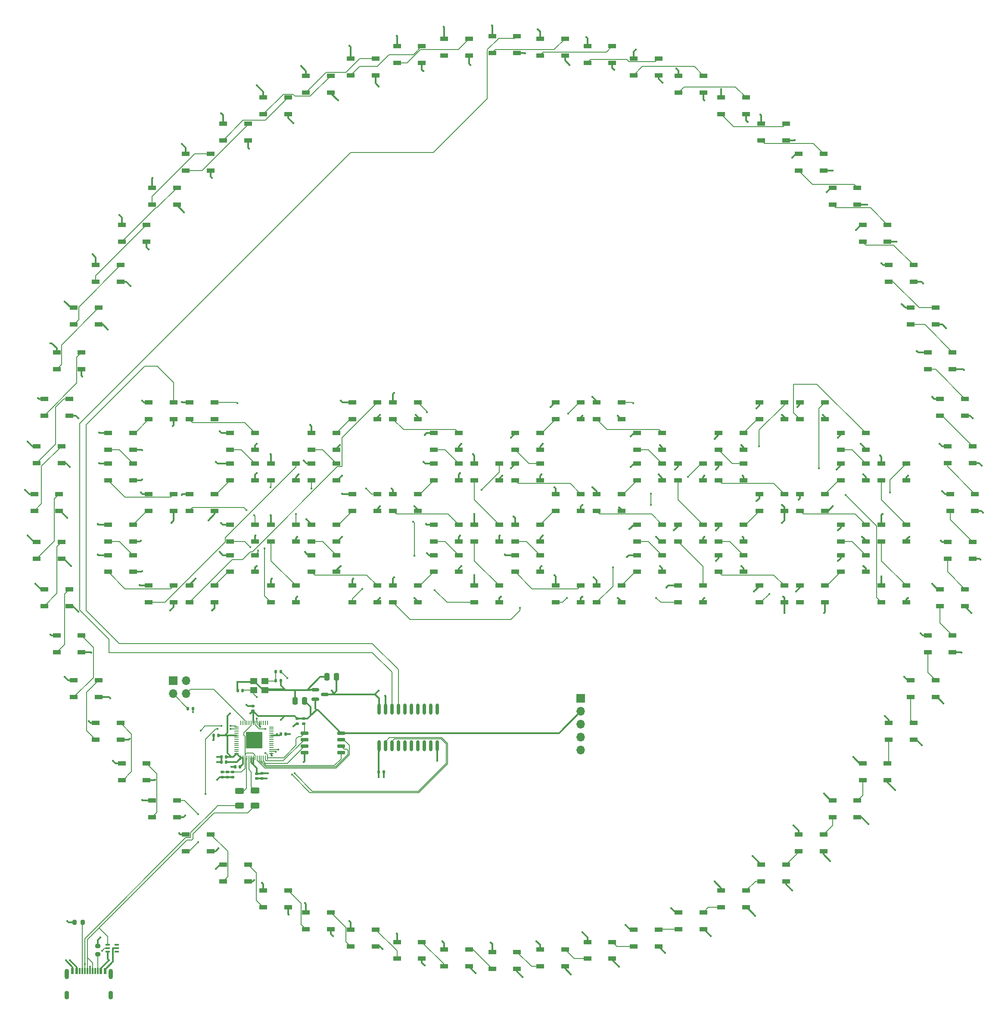
<source format=gbr>
%TF.GenerationSoftware,KiCad,Pcbnew,7.0.2-0*%
%TF.CreationDate,2023-04-30T21:52:29+02:00*%
%TF.ProjectId,tomclock,746f6d63-6c6f-4636-9b2e-6b696361645f,rev?*%
%TF.SameCoordinates,Original*%
%TF.FileFunction,Copper,L1,Top*%
%TF.FilePolarity,Positive*%
%FSLAX46Y46*%
G04 Gerber Fmt 4.6, Leading zero omitted, Abs format (unit mm)*
G04 Created by KiCad (PCBNEW 7.0.2-0) date 2023-04-30 21:52:29*
%MOMM*%
%LPD*%
G01*
G04 APERTURE LIST*
G04 Aperture macros list*
%AMRoundRect*
0 Rectangle with rounded corners*
0 $1 Rounding radius*
0 $2 $3 $4 $5 $6 $7 $8 $9 X,Y pos of 4 corners*
0 Add a 4 corners polygon primitive as box body*
4,1,4,$2,$3,$4,$5,$6,$7,$8,$9,$2,$3,0*
0 Add four circle primitives for the rounded corners*
1,1,$1+$1,$2,$3*
1,1,$1+$1,$4,$5*
1,1,$1+$1,$6,$7*
1,1,$1+$1,$8,$9*
0 Add four rect primitives between the rounded corners*
20,1,$1+$1,$2,$3,$4,$5,0*
20,1,$1+$1,$4,$5,$6,$7,0*
20,1,$1+$1,$6,$7,$8,$9,0*
20,1,$1+$1,$8,$9,$2,$3,0*%
G04 Aperture macros list end*
%TA.AperFunction,SMDPad,CuDef*%
%ADD10O,0.600000X2.200000*%
%TD*%
%TA.AperFunction,SMDPad,CuDef*%
%ADD11R,1.500000X0.900000*%
%TD*%
%TA.AperFunction,SMDPad,CuDef*%
%ADD12RoundRect,0.140000X-0.170000X0.140000X-0.170000X-0.140000X0.170000X-0.140000X0.170000X0.140000X0*%
%TD*%
%TA.AperFunction,SMDPad,CuDef*%
%ADD13RoundRect,0.140000X0.140000X0.170000X-0.140000X0.170000X-0.140000X-0.170000X0.140000X-0.170000X0*%
%TD*%
%TA.AperFunction,SMDPad,CuDef*%
%ADD14R,1.400000X1.200000*%
%TD*%
%TA.AperFunction,SMDPad,CuDef*%
%ADD15RoundRect,0.140000X-0.140000X-0.170000X0.140000X-0.170000X0.140000X0.170000X-0.140000X0.170000X0*%
%TD*%
%TA.AperFunction,SMDPad,CuDef*%
%ADD16RoundRect,0.135000X-0.185000X0.135000X-0.185000X-0.135000X0.185000X-0.135000X0.185000X0.135000X0*%
%TD*%
%TA.AperFunction,SMDPad,CuDef*%
%ADD17RoundRect,0.200000X0.275000X-0.200000X0.275000X0.200000X-0.275000X0.200000X-0.275000X-0.200000X0*%
%TD*%
%TA.AperFunction,SMDPad,CuDef*%
%ADD18RoundRect,0.135000X-0.135000X-0.185000X0.135000X-0.185000X0.135000X0.185000X-0.135000X0.185000X0*%
%TD*%
%TA.AperFunction,SMDPad,CuDef*%
%ADD19RoundRect,0.140000X0.170000X-0.140000X0.170000X0.140000X-0.170000X0.140000X-0.170000X-0.140000X0*%
%TD*%
%TA.AperFunction,SMDPad,CuDef*%
%ADD20RoundRect,0.150000X-0.587500X-0.150000X0.587500X-0.150000X0.587500X0.150000X-0.587500X0.150000X0*%
%TD*%
%TA.AperFunction,ComponentPad*%
%ADD21R,1.700000X1.700000*%
%TD*%
%TA.AperFunction,ComponentPad*%
%ADD22O,1.700000X1.700000*%
%TD*%
%TA.AperFunction,SMDPad,CuDef*%
%ADD23RoundRect,0.150000X-0.650000X-0.150000X0.650000X-0.150000X0.650000X0.150000X-0.650000X0.150000X0*%
%TD*%
%TA.AperFunction,SMDPad,CuDef*%
%ADD24RoundRect,0.250000X0.625000X-0.312500X0.625000X0.312500X-0.625000X0.312500X-0.625000X-0.312500X0*%
%TD*%
%TA.AperFunction,SMDPad,CuDef*%
%ADD25R,0.900000X0.400000*%
%TD*%
%TA.AperFunction,SMDPad,CuDef*%
%ADD26R,0.600000X1.160000*%
%TD*%
%TA.AperFunction,SMDPad,CuDef*%
%ADD27R,0.300000X1.160000*%
%TD*%
%TA.AperFunction,ComponentPad*%
%ADD28O,0.900000X2.000000*%
%TD*%
%TA.AperFunction,ComponentPad*%
%ADD29O,0.900000X1.700000*%
%TD*%
%TA.AperFunction,SMDPad,CuDef*%
%ADD30RoundRect,0.250000X0.250000X0.475000X-0.250000X0.475000X-0.250000X-0.475000X0.250000X-0.475000X0*%
%TD*%
%TA.AperFunction,SMDPad,CuDef*%
%ADD31RoundRect,0.200000X0.200000X0.275000X-0.200000X0.275000X-0.200000X-0.275000X0.200000X-0.275000X0*%
%TD*%
%TA.AperFunction,SMDPad,CuDef*%
%ADD32RoundRect,0.050000X0.387500X0.050000X-0.387500X0.050000X-0.387500X-0.050000X0.387500X-0.050000X0*%
%TD*%
%TA.AperFunction,SMDPad,CuDef*%
%ADD33RoundRect,0.050000X0.050000X0.387500X-0.050000X0.387500X-0.050000X-0.387500X0.050000X-0.387500X0*%
%TD*%
%TA.AperFunction,SMDPad,CuDef*%
%ADD34R,3.200000X3.200000*%
%TD*%
%TA.AperFunction,ViaPad*%
%ADD35C,0.450000*%
%TD*%
%TA.AperFunction,Conductor*%
%ADD36C,0.300000*%
%TD*%
%TA.AperFunction,Conductor*%
%ADD37C,0.127000*%
%TD*%
G04 APERTURE END LIST*
D10*
%TO.P,U4,1,DIR*%
%TO.N,VBUS*%
X96530000Y-161100000D03*
%TO.P,U4,2,A1*%
%TO.N,/rp2040_base/GPIO0*%
X97810000Y-161100000D03*
%TO.P,U4,3,A2*%
%TO.N,/rp2040_base/GPIO1*%
X99070000Y-161100000D03*
%TO.P,U4,4,A3*%
%TO.N,unconnected-(U4-A3-Pad4)*%
X100340000Y-161100000D03*
%TO.P,U4,5,A4*%
%TO.N,unconnected-(U4-A4-Pad5)*%
X101620000Y-161100000D03*
%TO.P,U4,6,A5*%
%TO.N,unconnected-(U4-A5-Pad6)*%
X102880000Y-161100000D03*
%TO.P,U4,7,A6*%
%TO.N,unconnected-(U4-A6-Pad7)*%
X104160000Y-161100000D03*
%TO.P,U4,8,A7*%
%TO.N,unconnected-(U4-A7-Pad8)*%
X105430000Y-161100000D03*
%TO.P,U4,9,A8*%
%TO.N,unconnected-(U4-A8-Pad9)*%
X106690000Y-161100000D03*
%TO.P,U4,10,GND*%
%TO.N,GND*%
X107970000Y-161100000D03*
%TO.P,U4,11,B8*%
%TO.N,unconnected-(U4-B8-Pad11)*%
X107970000Y-153900000D03*
%TO.P,U4,12,B7*%
%TO.N,unconnected-(U4-B7-Pad12)*%
X106690000Y-153900000D03*
%TO.P,U4,13,B6*%
%TO.N,unconnected-(U4-B6-Pad13)*%
X105430000Y-153900000D03*
%TO.P,U4,14,B5*%
%TO.N,unconnected-(U4-B5-Pad14)*%
X104160000Y-153900000D03*
%TO.P,U4,15,B4*%
%TO.N,unconnected-(U4-B4-Pad15)*%
X102880000Y-153900000D03*
%TO.P,U4,16,B3*%
%TO.N,unconnected-(U4-B3-Pad16)*%
X101620000Y-153900000D03*
%TO.P,U4,17,B2*%
%TO.N,/Digit1/DIGIT_IN*%
X100340000Y-153900000D03*
%TO.P,U4,18,B1*%
%TO.N,/LEDCircle/SECOND_IN*%
X99070000Y-153900000D03*
%TO.P,U4,19,#OE*%
%TO.N,GND*%
X97810000Y-153900000D03*
%TO.P,U4,20,VCC*%
%TO.N,VBUS*%
X96530000Y-153900000D03*
%TD*%
D11*
%TO.P,DS92,1,VDD*%
%TO.N,VBUS*%
X115300000Y-117600000D03*
%TO.P,DS92,2,DOUT*%
%TO.N,Net-(DS92-DOUT)*%
X115300000Y-120900000D03*
%TO.P,DS92,3,VSS*%
%TO.N,GND*%
X120200000Y-120900000D03*
%TO.P,DS92,4,DIN*%
%TO.N,Net-(DS91-DOUT)*%
X120200000Y-117600000D03*
%TD*%
%TO.P,DS18,1,VDD*%
%TO.N,VBUS*%
X204395595Y-139410000D03*
%TO.P,DS18,2,DOUT*%
%TO.N,Net-(DS18-DOUT)*%
X204395595Y-142710000D03*
%TO.P,DS18,3,VSS*%
%TO.N,GND*%
X209295595Y-142710000D03*
%TO.P,DS18,4,DIN*%
%TO.N,Net-(DS17-DOUT)*%
X209295595Y-139410000D03*
%TD*%
%TO.P,DS98,1,VDD*%
%TO.N,VBUS*%
X123300000Y-105600000D03*
%TO.P,DS98,2,DOUT*%
%TO.N,Net-(DS100-DIN)*%
X123300000Y-108900000D03*
%TO.P,DS98,3,VSS*%
%TO.N,GND*%
X128200000Y-108900000D03*
%TO.P,DS98,4,DIN*%
%TO.N,Net-(DS96-DOUT)*%
X128200000Y-105600000D03*
%TD*%
%TO.P,DS117,1,VDD*%
%TO.N,VBUS*%
X171300000Y-111600000D03*
%TO.P,DS117,2,DOUT*%
%TO.N,Net-(DS117-DOUT)*%
X171300000Y-114900000D03*
%TO.P,DS117,3,VSS*%
%TO.N,GND*%
X176200000Y-114900000D03*
%TO.P,DS117,4,DIN*%
%TO.N,Net-(DS115-DOUT)*%
X176200000Y-111600000D03*
%TD*%
%TO.P,DS66,1,VDD*%
%TO.N,VBUS*%
X51300000Y-111600000D03*
%TO.P,DS66,2,DOUT*%
%TO.N,Net-(DS66-DOUT)*%
X51300000Y-114900000D03*
%TO.P,DS66,3,VSS*%
%TO.N,GND*%
X56200000Y-114900000D03*
%TO.P,DS66,4,DIN*%
%TO.N,Net-(DS64-DOUT)*%
X56200000Y-111600000D03*
%TD*%
%TO.P,DS65,1,VDD*%
%TO.N,VBUS*%
X67300000Y-105600000D03*
%TO.P,DS65,2,DOUT*%
%TO.N,Net-(DS65-DOUT)*%
X67300000Y-108900000D03*
%TO.P,DS65,3,VSS*%
%TO.N,GND*%
X72200000Y-108900000D03*
%TO.P,DS65,4,DIN*%
%TO.N,Net-(DS63-DOUT)*%
X72200000Y-105600000D03*
%TD*%
D12*
%TO.P,C6,1*%
%TO.N,+1V1*%
X67750000Y-166270000D03*
%TO.P,C6,2*%
%TO.N,GND*%
X67750000Y-167230000D03*
%TD*%
D11*
%TO.P,DS115,1,VDD*%
%TO.N,VBUS*%
X163300000Y-105600000D03*
%TO.P,DS115,2,DOUT*%
%TO.N,Net-(DS115-DOUT)*%
X163300000Y-108900000D03*
%TO.P,DS115,3,VSS*%
%TO.N,GND*%
X168200000Y-108900000D03*
%TO.P,DS115,4,DIN*%
%TO.N,Net-(DS113-DOUT)*%
X168200000Y-105600000D03*
%TD*%
D13*
%TO.P,C8,1*%
%TO.N,+3V3*%
X69230000Y-165250000D03*
%TO.P,C8,2*%
%TO.N,GND*%
X68270000Y-165250000D03*
%TD*%
D11*
%TO.P,DS43,1,VDD*%
%TO.N,VBUS*%
X30765595Y-130310000D03*
%TO.P,DS43,2,DOUT*%
%TO.N,Net-(DS43-DOUT)*%
X30765595Y-133610000D03*
%TO.P,DS43,3,VSS*%
%TO.N,GND*%
X35665595Y-133610000D03*
%TO.P,DS43,4,DIN*%
%TO.N,Net-(DS42-DOUT)*%
X35665595Y-130310000D03*
%TD*%
D14*
%TO.P,Y1,1,1*%
%TO.N,Net-(C14-Pad2)*%
X74100000Y-148400000D03*
%TO.P,Y1,2,2*%
%TO.N,GND*%
X71900000Y-148400000D03*
%TO.P,Y1,3,3*%
%TO.N,/rp2040_base/XIN*%
X71900000Y-150100000D03*
%TO.P,Y1,4,4*%
%TO.N,GND*%
X74100000Y-150100000D03*
%TD*%
D11*
%TO.P,DS112,1,VDD*%
%TO.N,VBUS*%
X179300000Y-93600000D03*
%TO.P,DS112,2,DOUT*%
%TO.N,Net-(DS112-DOUT)*%
X179300000Y-96900000D03*
%TO.P,DS112,3,VSS*%
%TO.N,GND*%
X184200000Y-96900000D03*
%TO.P,DS112,4,DIN*%
%TO.N,/Digit4/S9*%
X184200000Y-93600000D03*
%TD*%
D15*
%TO.P,C16,1*%
%TO.N,GND*%
X65540000Y-163250000D03*
%TO.P,C16,2*%
%TO.N,+3V3*%
X66500000Y-163250000D03*
%TD*%
D11*
%TO.P,DS123,1,VDD*%
%TO.N,VBUS*%
X171300000Y-129600000D03*
%TO.P,DS123,2,DOUT*%
%TO.N,Net-(DS123-DOUT)*%
X171300000Y-132900000D03*
%TO.P,DS123,3,VSS*%
%TO.N,GND*%
X176200000Y-132900000D03*
%TO.P,DS123,4,DIN*%
%TO.N,Net-(DS121-DOUT)*%
X176200000Y-129600000D03*
%TD*%
D16*
%TO.P,R2,1*%
%TO.N,+3V3*%
X81750000Y-155740000D03*
%TO.P,R2,2*%
%TO.N,/rp2040_base/QSPI_SS*%
X81750000Y-156760000D03*
%TD*%
D11*
%TO.P,DS86,1,VDD*%
%TO.N,VBUS*%
X107300000Y-117600000D03*
%TO.P,DS86,2,DOUT*%
%TO.N,Net-(DS86-DOUT)*%
X107300000Y-120900000D03*
%TO.P,DS86,3,VSS*%
%TO.N,GND*%
X112200000Y-120900000D03*
%TO.P,DS86,4,DIN*%
%TO.N,Net-(DS84-DOUT)*%
X112200000Y-117600000D03*
%TD*%
%TO.P,DS64,1,VDD*%
%TO.N,VBUS*%
X43300000Y-105600000D03*
%TO.P,DS64,2,DOUT*%
%TO.N,Net-(DS64-DOUT)*%
X43300000Y-108900000D03*
%TO.P,DS64,3,VSS*%
%TO.N,GND*%
X48200000Y-108900000D03*
%TO.P,DS64,4,DIN*%
%TO.N,Net-(DS62-DOUT)*%
X48200000Y-105600000D03*
%TD*%
%TO.P,DS23,1,VDD*%
%TO.N,VBUS*%
X179015595Y-178480000D03*
%TO.P,DS23,2,DOUT*%
%TO.N,Net-(DS23-DOUT)*%
X179015595Y-181780000D03*
%TO.P,DS23,3,VSS*%
%TO.N,GND*%
X183915595Y-181780000D03*
%TO.P,DS23,4,DIN*%
%TO.N,Net-(DS22-DOUT)*%
X183915595Y-178480000D03*
%TD*%
%TO.P,DS109,1,VDD*%
%TO.N,VBUS*%
X155300000Y-117600000D03*
%TO.P,DS109,2,DOUT*%
%TO.N,Net-(DS109-DOUT)*%
X155300000Y-120900000D03*
%TO.P,DS109,3,VSS*%
%TO.N,GND*%
X160200000Y-120900000D03*
%TO.P,DS109,4,DIN*%
%TO.N,Net-(DS108-DOUT)*%
X160200000Y-117600000D03*
%TD*%
%TO.P,DS91,1,VDD*%
%TO.N,VBUS*%
X115300000Y-105600000D03*
%TO.P,DS91,2,DOUT*%
%TO.N,Net-(DS91-DOUT)*%
X115300000Y-108900000D03*
%TO.P,DS91,3,VSS*%
%TO.N,GND*%
X120200000Y-108900000D03*
%TO.P,DS91,4,DIN*%
%TO.N,Net-(DS89-DOUT)*%
X120200000Y-105600000D03*
%TD*%
%TO.P,DS93,1,VDD*%
%TO.N,VBUS*%
X115300000Y-129600000D03*
%TO.P,DS93,2,DOUT*%
%TO.N,/Digit2/S9*%
X115300000Y-132900000D03*
%TO.P,DS93,3,VSS*%
%TO.N,GND*%
X120200000Y-132900000D03*
%TO.P,DS93,4,DIN*%
%TO.N,Net-(DS92-DOUT)*%
X120200000Y-129600000D03*
%TD*%
%TO.P,DS82,1,VDD*%
%TO.N,VBUS*%
X107300000Y-105600000D03*
%TO.P,DS82,2,DOUT*%
%TO.N,Net-(DS82-DOUT)*%
X107300000Y-108900000D03*
%TO.P,DS82,3,VSS*%
%TO.N,GND*%
X112200000Y-108900000D03*
%TO.P,DS82,4,DIN*%
%TO.N,Net-(DS80-DOUT)*%
X112200000Y-105600000D03*
%TD*%
%TO.P,DS118,1,VDD*%
%TO.N,VBUS*%
X179300000Y-111600000D03*
%TO.P,DS118,2,DOUT*%
%TO.N,Net-(DS118-DOUT)*%
X179300000Y-114900000D03*
%TO.P,DS118,3,VSS*%
%TO.N,GND*%
X184200000Y-114900000D03*
%TO.P,DS118,4,DIN*%
%TO.N,Net-(DS116-DOUT)*%
X184200000Y-111600000D03*
%TD*%
D17*
%TO.P,R4,1*%
%TO.N,Net-(J2-CC2)*%
X41250000Y-202075000D03*
%TO.P,R4,2*%
%TO.N,GND*%
X41250000Y-200425000D03*
%TD*%
D11*
%TO.P,DS63,1,VDD*%
%TO.N,VBUS*%
X67300000Y-99600000D03*
%TO.P,DS63,2,DOUT*%
%TO.N,Net-(DS63-DOUT)*%
X67300000Y-102900000D03*
%TO.P,DS63,3,VSS*%
%TO.N,GND*%
X72200000Y-102900000D03*
%TO.P,DS63,4,DIN*%
%TO.N,Net-(DS61-DOUT)*%
X72200000Y-99600000D03*
%TD*%
%TO.P,DS71,1,VDD*%
%TO.N,VBUS*%
X67300000Y-123600000D03*
%TO.P,DS71,2,DOUT*%
%TO.N,Net-(DS71-DOUT)*%
X67300000Y-126900000D03*
%TO.P,DS71,3,VSS*%
%TO.N,GND*%
X72200000Y-126900000D03*
%TO.P,DS71,4,DIN*%
%TO.N,Net-(DS69-DOUT)*%
X72200000Y-123600000D03*
%TD*%
%TO.P,DS125,1,VDD*%
%TO.N,VBUS*%
X195300000Y-105600000D03*
%TO.P,DS125,2,DOUT*%
%TO.N,Net-(DS125-DOUT)*%
X195300000Y-108900000D03*
%TO.P,DS125,3,VSS*%
%TO.N,GND*%
X200200000Y-108900000D03*
%TO.P,DS125,4,DIN*%
%TO.N,Net-(DS123-DOUT)*%
X200200000Y-105600000D03*
%TD*%
%TO.P,DS70,1,VDD*%
%TO.N,VBUS*%
X43300000Y-123600000D03*
%TO.P,DS70,2,DOUT*%
%TO.N,Net-(DS70-DOUT)*%
X43300000Y-126900000D03*
%TO.P,DS70,3,VSS*%
%TO.N,GND*%
X48200000Y-126900000D03*
%TO.P,DS70,4,DIN*%
%TO.N,Net-(DS68-DOUT)*%
X48200000Y-123600000D03*
%TD*%
%TO.P,DS0,1,VDD*%
%TO.N,VBUS*%
X118795595Y-21600000D03*
%TO.P,DS0,2,DOUT*%
%TO.N,Net-(DS0-DOUT)*%
X118795595Y-24900000D03*
%TO.P,DS0,3,VSS*%
%TO.N,GND*%
X123695595Y-24900000D03*
%TO.P,DS0,4,DIN*%
%TO.N,/LEDCircle/SECOND_IN*%
X123695595Y-21600000D03*
%TD*%
%TO.P,DS16,1,VDD*%
%TO.N,VBUS*%
X208305595Y-121010000D03*
%TO.P,DS16,2,DOUT*%
%TO.N,Net-(DS16-DOUT)*%
X208305595Y-124310000D03*
%TO.P,DS16,3,VSS*%
%TO.N,GND*%
X213205595Y-124310000D03*
%TO.P,DS16,4,DIN*%
%TO.N,Net-(DS15-DOUT)*%
X213205595Y-121010000D03*
%TD*%
%TO.P,DS13,1,VDD*%
%TO.N,VBUS*%
X206825595Y-92890000D03*
%TO.P,DS13,2,DOUT*%
%TO.N,Net-(DS13-DOUT)*%
X206825595Y-96190000D03*
%TO.P,DS13,3,VSS*%
%TO.N,GND*%
X211725595Y-96190000D03*
%TO.P,DS13,4,DIN*%
%TO.N,Net-(DS12-DOUT)*%
X211725595Y-92890000D03*
%TD*%
%TO.P,DS40,1,VDD*%
%TO.N,VBUS*%
X40855595Y-156600000D03*
%TO.P,DS40,2,DOUT*%
%TO.N,Net-(DS40-DOUT)*%
X40855595Y-159900000D03*
%TO.P,DS40,3,VSS*%
%TO.N,GND*%
X45755595Y-159900000D03*
%TO.P,DS40,4,DIN*%
%TO.N,/LEDCircle/S39*%
X45755595Y-156600000D03*
%TD*%
%TO.P,DS107,1,VDD*%
%TO.N,VBUS*%
X139300000Y-129600000D03*
%TO.P,DS107,2,DOUT*%
%TO.N,/Digit3/DIGIT_OUT*%
X139300000Y-132900000D03*
%TO.P,DS107,3,VSS*%
%TO.N,GND*%
X144200000Y-132900000D03*
%TO.P,DS107,4,DIN*%
%TO.N,Net-(DS105-DOUT)*%
X144200000Y-129600000D03*
%TD*%
%TO.P,DS48,1,VDD*%
%TO.N,VBUS*%
X33195595Y-83790000D03*
%TO.P,DS48,2,DOUT*%
%TO.N,Net-(DS48-DOUT)*%
X33195595Y-87090000D03*
%TO.P,DS48,3,VSS*%
%TO.N,GND*%
X38095595Y-87090000D03*
%TO.P,DS48,4,DIN*%
%TO.N,Net-(DS47-DOUT)*%
X38095595Y-83790000D03*
%TD*%
D15*
%TO.P,C13,1*%
%TO.N,GND*%
X68790000Y-150250000D03*
%TO.P,C13,2*%
%TO.N,/rp2040_base/XIN*%
X69750000Y-150250000D03*
%TD*%
D11*
%TO.P,DS20,1,VDD*%
%TO.N,VBUS*%
X196735595Y-156600000D03*
%TO.P,DS20,2,DOUT*%
%TO.N,Net-(DS20-DOUT)*%
X196735595Y-159900000D03*
%TO.P,DS20,3,VSS*%
%TO.N,GND*%
X201635595Y-159900000D03*
%TO.P,DS20,4,DIN*%
%TO.N,/LEDCircle/S19*%
X201635595Y-156600000D03*
%TD*%
D18*
%TO.P,R7,1*%
%TO.N,Net-(C14-Pad2)*%
X76240000Y-146500000D03*
%TO.P,R7,2*%
%TO.N,/rp2040_base/XOUT*%
X77260000Y-146500000D03*
%TD*%
D11*
%TO.P,DS1,1,VDD*%
%TO.N,VBUS*%
X128205595Y-22090000D03*
%TO.P,DS1,2,DOUT*%
%TO.N,Net-(DS1-DOUT)*%
X128205595Y-25390000D03*
%TO.P,DS1,3,VSS*%
%TO.N,GND*%
X133105595Y-25390000D03*
%TO.P,DS1,4,DIN*%
%TO.N,Net-(DS0-DOUT)*%
X133105595Y-22090000D03*
%TD*%
%TO.P,DS19,1,VDD*%
%TO.N,VBUS*%
X201015595Y-148210000D03*
%TO.P,DS19,2,DOUT*%
%TO.N,/LEDCircle/S19*%
X201015595Y-151510000D03*
%TO.P,DS19,3,VSS*%
%TO.N,GND*%
X205915595Y-151510000D03*
%TO.P,DS19,4,DIN*%
%TO.N,Net-(DS18-DOUT)*%
X205915595Y-148210000D03*
%TD*%
%TO.P,DS33,1,VDD*%
%TO.N,VBUS*%
X90985595Y-197200000D03*
%TO.P,DS33,2,DOUT*%
%TO.N,Net-(DS33-DOUT)*%
X90985595Y-200500000D03*
%TO.P,DS33,3,VSS*%
%TO.N,GND*%
X95885595Y-200500000D03*
%TO.P,DS33,4,DIN*%
%TO.N,Net-(DS32-DOUT)*%
X95885595Y-197200000D03*
%TD*%
%TO.P,DS95,1,VDD*%
%TO.N,VBUS*%
X139300000Y-93600000D03*
%TO.P,DS95,2,DOUT*%
%TO.N,Net-(DS95-DOUT)*%
X139300000Y-96900000D03*
%TO.P,DS95,3,VSS*%
%TO.N,GND*%
X144200000Y-96900000D03*
%TO.P,DS95,4,DIN*%
%TO.N,/Digit3/S9*%
X144200000Y-93600000D03*
%TD*%
%TO.P,DS119,1,VDD*%
%TO.N,VBUS*%
X163300000Y-117600000D03*
%TO.P,DS119,2,DOUT*%
%TO.N,Net-(DS119-DOUT)*%
X163300000Y-120900000D03*
%TO.P,DS119,3,VSS*%
%TO.N,GND*%
X168200000Y-120900000D03*
%TO.P,DS119,4,DIN*%
%TO.N,Net-(DS117-DOUT)*%
X168200000Y-117600000D03*
%TD*%
%TO.P,DS78,1,VDD*%
%TO.N,VBUS*%
X99300000Y-93600000D03*
%TO.P,DS78,2,DOUT*%
%TO.N,Net-(DS78-DOUT)*%
X99300000Y-96900000D03*
%TO.P,DS78,3,VSS*%
%TO.N,GND*%
X104200000Y-96900000D03*
%TO.P,DS78,4,DIN*%
%TO.N,/Digit2/S9*%
X104200000Y-93600000D03*
%TD*%
%TO.P,DS11,1,VDD*%
%TO.N,VBUS*%
X201015595Y-74990000D03*
%TO.P,DS11,2,DOUT*%
%TO.N,Net-(DS11-DOUT)*%
X201015595Y-78290000D03*
%TO.P,DS11,3,VSS*%
%TO.N,GND*%
X205915595Y-78290000D03*
%TO.P,DS11,4,DIN*%
%TO.N,Net-(DS10-DOUT)*%
X205915595Y-74990000D03*
%TD*%
%TO.P,DS80,1,VDD*%
%TO.N,VBUS*%
X107300000Y-99600000D03*
%TO.P,DS80,2,DOUT*%
%TO.N,Net-(DS80-DOUT)*%
X107300000Y-102900000D03*
%TO.P,DS80,3,VSS*%
%TO.N,GND*%
X112200000Y-102900000D03*
%TO.P,DS80,4,DIN*%
%TO.N,Net-(DS78-DOUT)*%
X112200000Y-99600000D03*
%TD*%
D12*
%TO.P,C5,1*%
%TO.N,+1V1*%
X65750000Y-166270000D03*
%TO.P,C5,2*%
%TO.N,GND*%
X65750000Y-167230000D03*
%TD*%
D11*
%TO.P,DS3,1,VDD*%
%TO.N,VBUS*%
X146605595Y-26000000D03*
%TO.P,DS3,2,DOUT*%
%TO.N,Net-(DS3-DOUT)*%
X146605595Y-29300000D03*
%TO.P,DS3,3,VSS*%
%TO.N,GND*%
X151505595Y-29300000D03*
%TO.P,DS3,4,DIN*%
%TO.N,Net-(DS2-DOUT)*%
X151505595Y-26000000D03*
%TD*%
%TO.P,DS47,1,VDD*%
%TO.N,VBUS*%
X30765595Y-92890000D03*
%TO.P,DS47,2,DOUT*%
%TO.N,Net-(DS47-DOUT)*%
X30765595Y-96190000D03*
%TO.P,DS47,3,VSS*%
%TO.N,GND*%
X35665595Y-96190000D03*
%TO.P,DS47,4,DIN*%
%TO.N,Net-(DS46-DOUT)*%
X35665595Y-92890000D03*
%TD*%
%TO.P,DS62,1,VDD*%
%TO.N,VBUS*%
X43300000Y-99600000D03*
%TO.P,DS62,2,DOUT*%
%TO.N,Net-(DS62-DOUT)*%
X43300000Y-102900000D03*
%TO.P,DS62,3,VSS*%
%TO.N,GND*%
X48200000Y-102900000D03*
%TO.P,DS62,4,DIN*%
%TO.N,Net-(DS60-DOUT)*%
X48200000Y-99600000D03*
%TD*%
%TO.P,DS85,1,VDD*%
%TO.N,VBUS*%
X83300000Y-117600000D03*
%TO.P,DS85,2,DOUT*%
%TO.N,Net-(DS85-DOUT)*%
X83300000Y-120900000D03*
%TO.P,DS85,3,VSS*%
%TO.N,GND*%
X88200000Y-120900000D03*
%TO.P,DS85,4,DIN*%
%TO.N,Net-(DS83-DOUT)*%
X88200000Y-117600000D03*
%TD*%
%TO.P,DS6,1,VDD*%
%TO.N,VBUS*%
X171695595Y-38790000D03*
%TO.P,DS6,2,DOUT*%
%TO.N,Net-(DS6-DOUT)*%
X171695595Y-42090000D03*
%TO.P,DS6,3,VSS*%
%TO.N,GND*%
X176595595Y-42090000D03*
%TO.P,DS6,4,DIN*%
%TO.N,Net-(DS5-DOUT)*%
X176595595Y-38790000D03*
%TD*%
%TO.P,DS103,1,VDD*%
%TO.N,VBUS*%
X147300000Y-117600000D03*
%TO.P,DS103,2,DOUT*%
%TO.N,Net-(DS103-DOUT)*%
X147300000Y-120900000D03*
%TO.P,DS103,3,VSS*%
%TO.N,GND*%
X152200000Y-120900000D03*
%TO.P,DS103,4,DIN*%
%TO.N,Net-(DS101-DOUT)*%
X152200000Y-117600000D03*
%TD*%
%TO.P,DS111,1,VDD*%
%TO.N,VBUS*%
X171300000Y-93600000D03*
%TO.P,DS111,2,DOUT*%
%TO.N,Net-(DS111-DOUT)*%
X171300000Y-96900000D03*
%TO.P,DS111,3,VSS*%
%TO.N,GND*%
X176200000Y-96900000D03*
%TO.P,DS111,4,DIN*%
%TO.N,/Digit3/DIGIT_OUT*%
X176200000Y-93600000D03*
%TD*%
%TO.P,DS39,1,VDD*%
%TO.N,VBUS*%
X45985595Y-164500000D03*
%TO.P,DS39,2,DOUT*%
%TO.N,/LEDCircle/S39*%
X45985595Y-167800000D03*
%TO.P,DS39,3,VSS*%
%TO.N,GND*%
X50885595Y-167800000D03*
%TO.P,DS39,4,DIN*%
%TO.N,Net-(DS38-DOUT)*%
X50885595Y-164500000D03*
%TD*%
D19*
%TO.P,C1,1*%
%TO.N,GND*%
X80500000Y-156710000D03*
%TO.P,C1,2*%
%TO.N,+3V3*%
X80500000Y-155750000D03*
%TD*%
D11*
%TO.P,DS127,1,VDD*%
%TO.N,VBUS*%
X195300000Y-129600000D03*
%TO.P,DS127,2,DOUT*%
%TO.N,/Digit4/S9*%
X195300000Y-132900000D03*
%TO.P,DS127,3,VSS*%
%TO.N,GND*%
X200200000Y-132900000D03*
%TO.P,DS127,4,DIN*%
%TO.N,Net-(DS126-DOUT)*%
X200200000Y-129600000D03*
%TD*%
D20*
%TO.P,U2,1,GND*%
%TO.N,GND*%
X84062500Y-150050000D03*
%TO.P,U2,2,VO*%
%TO.N,+3V3*%
X84062500Y-151950000D03*
%TO.P,U2,3,VI*%
%TO.N,VBUS*%
X85937500Y-151000000D03*
%TD*%
D11*
%TO.P,DS122,1,VDD*%
%TO.N,VBUS*%
X187300000Y-123600000D03*
%TO.P,DS122,2,DOUT*%
%TO.N,Net-(DS122-DOUT)*%
X187300000Y-126900000D03*
%TO.P,DS122,3,VSS*%
%TO.N,GND*%
X192200000Y-126900000D03*
%TO.P,DS122,4,DIN*%
%TO.N,Net-(DS120-DOUT)*%
X192200000Y-123600000D03*
%TD*%
%TO.P,DS50,1,VDD*%
%TO.N,VBUS*%
X40855595Y-66600000D03*
%TO.P,DS50,2,DOUT*%
%TO.N,Net-(DS50-DOUT)*%
X40855595Y-69900000D03*
%TO.P,DS50,3,VSS*%
%TO.N,GND*%
X45755595Y-69900000D03*
%TO.P,DS50,4,DIN*%
%TO.N,/LEDCircle/S49*%
X45755595Y-66600000D03*
%TD*%
%TO.P,DS10,1,VDD*%
%TO.N,VBUS*%
X196735595Y-66600000D03*
%TO.P,DS10,2,DOUT*%
%TO.N,Net-(DS10-DOUT)*%
X196735595Y-69900000D03*
%TO.P,DS10,3,VSS*%
%TO.N,GND*%
X201635595Y-69900000D03*
%TO.P,DS10,4,DIN*%
%TO.N,/LEDCircle/S9*%
X201635595Y-66600000D03*
%TD*%
%TO.P,DS108,1,VDD*%
%TO.N,VBUS*%
X155300000Y-105600000D03*
%TO.P,DS108,2,DOUT*%
%TO.N,Net-(DS108-DOUT)*%
X155300000Y-108900000D03*
%TO.P,DS108,3,VSS*%
%TO.N,GND*%
X160200000Y-108900000D03*
%TO.P,DS108,4,DIN*%
%TO.N,Net-(DS106-DOUT)*%
X160200000Y-105600000D03*
%TD*%
%TO.P,DS83,1,VDD*%
%TO.N,VBUS*%
X91300000Y-111600000D03*
%TO.P,DS83,2,DOUT*%
%TO.N,Net-(DS83-DOUT)*%
X91300000Y-114900000D03*
%TO.P,DS83,3,VSS*%
%TO.N,GND*%
X96200000Y-114900000D03*
%TO.P,DS83,4,DIN*%
%TO.N,Net-(DS81-DOUT)*%
X96200000Y-111600000D03*
%TD*%
%TO.P,DS72,1,VDD*%
%TO.N,VBUS*%
X51300000Y-129600000D03*
%TO.P,DS72,2,DOUT*%
%TO.N,Net-(DS72-DOUT)*%
X51300000Y-132900000D03*
%TO.P,DS72,3,VSS*%
%TO.N,GND*%
X56200000Y-132900000D03*
%TO.P,DS72,4,DIN*%
%TO.N,Net-(DS70-DOUT)*%
X56200000Y-129600000D03*
%TD*%
D15*
%TO.P,C17,1*%
%TO.N,VBUS*%
X96520000Y-166250000D03*
%TO.P,C17,2*%
%TO.N,GND*%
X97480000Y-166250000D03*
%TD*%
D11*
%TO.P,DS126,1,VDD*%
%TO.N,VBUS*%
X195300000Y-117600000D03*
%TO.P,DS126,2,DOUT*%
%TO.N,Net-(DS126-DOUT)*%
X195300000Y-120900000D03*
%TO.P,DS126,3,VSS*%
%TO.N,GND*%
X200200000Y-120900000D03*
%TO.P,DS126,4,DIN*%
%TO.N,Net-(DS125-DOUT)*%
X200200000Y-117600000D03*
%TD*%
%TO.P,DS110,1,VDD*%
%TO.N,VBUS*%
X155300000Y-129600000D03*
%TO.P,DS110,2,DOUT*%
%TO.N,/Digit3/S9*%
X155300000Y-132900000D03*
%TO.P,DS110,3,VSS*%
%TO.N,GND*%
X160200000Y-132900000D03*
%TO.P,DS110,4,DIN*%
%TO.N,Net-(DS109-DOUT)*%
X160200000Y-129600000D03*
%TD*%
%TO.P,DS55,1,VDD*%
%TO.N,VBUS*%
X73795595Y-33660000D03*
%TO.P,DS55,2,DOUT*%
%TO.N,Net-(DS55-DOUT)*%
X73795595Y-36960000D03*
%TO.P,DS55,3,VSS*%
%TO.N,GND*%
X78695595Y-36960000D03*
%TO.P,DS55,4,DIN*%
%TO.N,Net-(DS54-DOUT)*%
X78695595Y-33660000D03*
%TD*%
%TO.P,DS106,1,VDD*%
%TO.N,VBUS*%
X131300000Y-129600000D03*
%TO.P,DS106,2,DOUT*%
%TO.N,Net-(DS106-DOUT)*%
X131300000Y-132900000D03*
%TO.P,DS106,3,VSS*%
%TO.N,GND*%
X136200000Y-132900000D03*
%TO.P,DS106,4,DIN*%
%TO.N,Net-(DS104-DOUT)*%
X136200000Y-129600000D03*
%TD*%
%TO.P,DS41,1,VDD*%
%TO.N,VBUS*%
X36575595Y-148210000D03*
%TO.P,DS41,2,DOUT*%
%TO.N,Net-(DS41-DOUT)*%
X36575595Y-151510000D03*
%TO.P,DS41,3,VSS*%
%TO.N,GND*%
X41475595Y-151510000D03*
%TO.P,DS41,4,DIN*%
%TO.N,Net-(DS40-DOUT)*%
X41475595Y-148210000D03*
%TD*%
%TO.P,DS42,1,VDD*%
%TO.N,VBUS*%
X33195595Y-139410000D03*
%TO.P,DS42,2,DOUT*%
%TO.N,Net-(DS42-DOUT)*%
X33195595Y-142710000D03*
%TO.P,DS42,3,VSS*%
%TO.N,GND*%
X38095595Y-142710000D03*
%TO.P,DS42,4,DIN*%
%TO.N,Net-(DS41-DOUT)*%
X38095595Y-139410000D03*
%TD*%
%TO.P,DS4,1,VDD*%
%TO.N,VBUS*%
X155405595Y-29380000D03*
%TO.P,DS4,2,DOUT*%
%TO.N,Net-(DS4-DOUT)*%
X155405595Y-32680000D03*
%TO.P,DS4,3,VSS*%
%TO.N,GND*%
X160305595Y-32680000D03*
%TO.P,DS4,4,DIN*%
%TO.N,Net-(DS3-DOUT)*%
X160305595Y-29380000D03*
%TD*%
D13*
%TO.P,C14,1*%
%TO.N,GND*%
X77230000Y-148250000D03*
%TO.P,C14,2*%
%TO.N,Net-(C14-Pad2)*%
X76270000Y-148250000D03*
%TD*%
D11*
%TO.P,DS53,1,VDD*%
%TO.N,VBUS*%
X58575595Y-44720000D03*
%TO.P,DS53,2,DOUT*%
%TO.N,Net-(DS53-DOUT)*%
X58575595Y-48020000D03*
%TO.P,DS53,3,VSS*%
%TO.N,GND*%
X63475595Y-48020000D03*
%TO.P,DS53,4,DIN*%
%TO.N,Net-(DS52-DOUT)*%
X63475595Y-44720000D03*
%TD*%
%TO.P,DS44,1,VDD*%
%TO.N,VBUS*%
X29285595Y-121010000D03*
%TO.P,DS44,2,DOUT*%
%TO.N,Net-(DS44-DOUT)*%
X29285595Y-124310000D03*
%TO.P,DS44,3,VSS*%
%TO.N,GND*%
X34185595Y-124310000D03*
%TO.P,DS44,4,DIN*%
%TO.N,Net-(DS43-DOUT)*%
X34185595Y-121010000D03*
%TD*%
%TO.P,DS17,1,VDD*%
%TO.N,VBUS*%
X206825595Y-130310000D03*
%TO.P,DS17,2,DOUT*%
%TO.N,Net-(DS17-DOUT)*%
X206825595Y-133610000D03*
%TO.P,DS17,3,VSS*%
%TO.N,GND*%
X211725595Y-133610000D03*
%TO.P,DS17,4,DIN*%
%TO.N,Net-(DS16-DOUT)*%
X211725595Y-130310000D03*
%TD*%
%TO.P,DS61,1,VDD*%
%TO.N,VBUS*%
X59300000Y-93600000D03*
%TO.P,DS61,2,DOUT*%
%TO.N,Net-(DS61-DOUT)*%
X59300000Y-96900000D03*
%TO.P,DS61,3,VSS*%
%TO.N,GND*%
X64200000Y-96900000D03*
%TO.P,DS61,4,DIN*%
%TO.N,/Digit1/S9*%
X64200000Y-93600000D03*
%TD*%
%TO.P,DS57,1,VDD*%
%TO.N,VBUS*%
X90985595Y-26000000D03*
%TO.P,DS57,2,DOUT*%
%TO.N,Net-(DS57-DOUT)*%
X90985595Y-29300000D03*
%TO.P,DS57,3,VSS*%
%TO.N,GND*%
X95885595Y-29300000D03*
%TO.P,DS57,4,DIN*%
%TO.N,Net-(DS56-DOUT)*%
X95885595Y-26000000D03*
%TD*%
D15*
%TO.P,C12,1*%
%TO.N,GND*%
X64040000Y-159000000D03*
%TO.P,C12,2*%
%TO.N,+3V3*%
X65000000Y-159000000D03*
%TD*%
D11*
%TO.P,DS49,1,VDD*%
%TO.N,VBUS*%
X36575595Y-74990000D03*
%TO.P,DS49,2,DOUT*%
%TO.N,/LEDCircle/S49*%
X36575595Y-78290000D03*
%TO.P,DS49,3,VSS*%
%TO.N,GND*%
X41475595Y-78290000D03*
%TO.P,DS49,4,DIN*%
%TO.N,Net-(DS48-DOUT)*%
X41475595Y-74990000D03*
%TD*%
%TO.P,DS76,1,VDD*%
%TO.N,VBUS*%
X75300000Y-129600000D03*
%TO.P,DS76,2,DOUT*%
%TO.N,/Digit1/S9*%
X75300000Y-132900000D03*
%TO.P,DS76,3,VSS*%
%TO.N,GND*%
X80200000Y-132900000D03*
%TO.P,DS76,4,DIN*%
%TO.N,Net-(DS75-DOUT)*%
X80200000Y-129600000D03*
%TD*%
D21*
%TO.P,J5,1,Pin_1*%
%TO.N,GND*%
X56060000Y-148310000D03*
D22*
%TO.P,J5,2,Pin_2*%
X58600000Y-148310000D03*
%TO.P,J5,3,Pin_3*%
%TO.N,/rp2040_base/USB_BOOT*%
X56060000Y-150850000D03*
%TO.P,J5,4,Pin_4*%
%TO.N,/rp2040_base/RESET*%
X58600000Y-150850000D03*
%TD*%
D11*
%TO.P,DS9,1,VDD*%
%TO.N,VBUS*%
X191605595Y-58700000D03*
%TO.P,DS9,2,DOUT*%
%TO.N,/LEDCircle/S9*%
X191605595Y-62000000D03*
%TO.P,DS9,3,VSS*%
%TO.N,GND*%
X196505595Y-62000000D03*
%TO.P,DS9,4,DIN*%
%TO.N,Net-(DS8-DOUT)*%
X196505595Y-58700000D03*
%TD*%
%TO.P,DS101,1,VDD*%
%TO.N,VBUS*%
X139300000Y-111600000D03*
%TO.P,DS101,2,DOUT*%
%TO.N,Net-(DS101-DOUT)*%
X139300000Y-114900000D03*
%TO.P,DS101,3,VSS*%
%TO.N,GND*%
X144200000Y-114900000D03*
%TO.P,DS101,4,DIN*%
%TO.N,Net-(DS101-DIN)*%
X144200000Y-111600000D03*
%TD*%
%TO.P,DS5,1,VDD*%
%TO.N,VBUS*%
X163795595Y-33660000D03*
%TO.P,DS5,2,DOUT*%
%TO.N,Net-(DS5-DOUT)*%
X163795595Y-36960000D03*
%TO.P,DS5,3,VSS*%
%TO.N,GND*%
X168695595Y-36960000D03*
%TO.P,DS5,4,DIN*%
%TO.N,Net-(DS4-DOUT)*%
X168695595Y-33660000D03*
%TD*%
D12*
%TO.P,C10,1*%
%TO.N,GND*%
X71750000Y-153270000D03*
%TO.P,C10,2*%
%TO.N,+3V3*%
X71750000Y-154230000D03*
%TD*%
D11*
%TO.P,DS81,1,VDD*%
%TO.N,VBUS*%
X83300000Y-105600000D03*
%TO.P,DS81,2,DOUT*%
%TO.N,Net-(DS81-DOUT)*%
X83300000Y-108900000D03*
%TO.P,DS81,3,VSS*%
%TO.N,GND*%
X88200000Y-108900000D03*
%TO.P,DS81,4,DIN*%
%TO.N,Net-(DS79-DOUT)*%
X88200000Y-105600000D03*
%TD*%
D21*
%TO.P,J1,1,Pin_1*%
%TO.N,GND*%
X136200000Y-151790000D03*
D22*
%TO.P,J1,2,Pin_2*%
%TO.N,+3V3*%
X136200000Y-154330000D03*
%TO.P,J1,3,Pin_3*%
%TO.N,/GPIO19_I2C1_SDA*%
X136200000Y-156870000D03*
%TO.P,J1,4,Pin_4*%
%TO.N,/GPIO19_I2C1_SCL*%
X136200000Y-159410000D03*
%TO.P,J1,5,Pin_5*%
%TO.N,unconnected-(J1-Pin_5-Pad5)*%
X136200000Y-161950000D03*
%TD*%
D23*
%TO.P,U1,1,~{CS}*%
%TO.N,/rp2040_base/QSPI_SS*%
X81900000Y-158595000D03*
%TO.P,U1,2,DO(IO1)*%
%TO.N,/rp2040_base/QSPI_SD1*%
X81900000Y-159865000D03*
%TO.P,U1,3,IO2*%
%TO.N,/rp2040_base/QSPI_SD2*%
X81900000Y-161135000D03*
%TO.P,U1,4,GND*%
%TO.N,GND*%
X81900000Y-162405000D03*
%TO.P,U1,5,DI(IO0)*%
%TO.N,/rp2040_base/QSPI_SD0*%
X89100000Y-162405000D03*
%TO.P,U1,6,CLK*%
%TO.N,/rp2040_base/QSPI_SCLK*%
X89100000Y-161135000D03*
%TO.P,U1,7,IO3*%
%TO.N,/rp2040_base/QSPI_SD3*%
X89100000Y-159865000D03*
%TO.P,U1,8,VCC*%
%TO.N,+3V3*%
X89100000Y-158595000D03*
%TD*%
D24*
%TO.P,R6,1*%
%TO.N,/rp2040_base/USB_C_D-*%
X69150000Y-172850000D03*
%TO.P,R6,2*%
%TO.N,Net-(U3-USB_DM)*%
X69150000Y-169925000D03*
%TD*%
D11*
%TO.P,DS104,1,VDD*%
%TO.N,VBUS*%
X123300000Y-123600000D03*
%TO.P,DS104,2,DOUT*%
%TO.N,Net-(DS104-DOUT)*%
X123300000Y-126900000D03*
%TO.P,DS104,3,VSS*%
%TO.N,GND*%
X128200000Y-126900000D03*
%TO.P,DS104,4,DIN*%
%TO.N,Net-(DS102-DOUT)*%
X128200000Y-123600000D03*
%TD*%
%TO.P,DS24,1,VDD*%
%TO.N,VBUS*%
X171695595Y-184410000D03*
%TO.P,DS24,2,DOUT*%
%TO.N,Net-(DS24-DOUT)*%
X171695595Y-187710000D03*
%TO.P,DS24,3,VSS*%
%TO.N,GND*%
X176595595Y-187710000D03*
%TO.P,DS24,4,DIN*%
%TO.N,Net-(DS23-DOUT)*%
X176595595Y-184410000D03*
%TD*%
D25*
%TO.P,D1,1,1*%
%TO.N,unconnected-(D1-Pad1)*%
X45000000Y-201500000D03*
%TO.P,D1,2,2*%
%TO.N,GND*%
X45000000Y-200850000D03*
%TO.P,D1,3,3*%
%TO.N,unconnected-(D1-Pad3)*%
X45000000Y-200200000D03*
%TO.P,D1,4,4*%
%TO.N,/rp2040_base/USB_C_D+*%
X43200000Y-200200000D03*
%TO.P,D1,5,5*%
%TO.N,/rp2040_base/USB_C_D-*%
X43200000Y-200850000D03*
%TO.P,D1,6,6*%
%TO.N,VBUS*%
X43200000Y-201500000D03*
%TD*%
D11*
%TO.P,DS114,1,VDD*%
%TO.N,VBUS*%
X187300000Y-99600000D03*
%TO.P,DS114,2,DOUT*%
%TO.N,Net-(DS114-DOUT)*%
X187300000Y-102900000D03*
%TO.P,DS114,3,VSS*%
%TO.N,GND*%
X192200000Y-102900000D03*
%TO.P,DS114,4,DIN*%
%TO.N,Net-(DS112-DOUT)*%
X192200000Y-99600000D03*
%TD*%
D26*
%TO.P,J2,A1,GND*%
%TO.N,GND*%
X36300000Y-205365000D03*
%TO.P,J2,A4,VBUS*%
%TO.N,VBUS*%
X37100000Y-205365000D03*
D27*
%TO.P,J2,A5,CC1*%
%TO.N,Net-(J2-CC1)*%
X38250000Y-205365000D03*
%TO.P,J2,A6,D+*%
%TO.N,/rp2040_base/USB_C_D+*%
X39250000Y-205365000D03*
%TO.P,J2,A7,D-*%
%TO.N,/rp2040_base/USB_C_D-*%
X39750000Y-205365000D03*
%TO.P,J2,A8,SBU1*%
%TO.N,unconnected-(J2-SBU1-PadA8)*%
X40750000Y-205365000D03*
D26*
%TO.P,J2,A9,VBUS*%
%TO.N,VBUS*%
X41900000Y-205365000D03*
%TO.P,J2,A12,GND*%
%TO.N,GND*%
X42700000Y-205365000D03*
%TO.P,J2,B1,GND*%
X42700000Y-205365000D03*
%TO.P,J2,B4,VBUS*%
%TO.N,VBUS*%
X41900000Y-205365000D03*
D27*
%TO.P,J2,B5,CC2*%
%TO.N,Net-(J2-CC2)*%
X41250000Y-205365000D03*
%TO.P,J2,B6,D+*%
%TO.N,/rp2040_base/USB_C_D+*%
X40250000Y-205365000D03*
%TO.P,J2,B7,D-*%
%TO.N,/rp2040_base/USB_C_D-*%
X38750000Y-205365000D03*
%TO.P,J2,B8,SBU2*%
%TO.N,unconnected-(J2-SBU2-PadB8)*%
X37750000Y-205365000D03*
D26*
%TO.P,J2,B9,VBUS*%
%TO.N,VBUS*%
X37100000Y-205365000D03*
%TO.P,J2,B12,GND*%
%TO.N,GND*%
X36300000Y-205365000D03*
D28*
%TO.P,J2,S1,SHIELD*%
X35180000Y-205945000D03*
D29*
X35180000Y-210115000D03*
D28*
X43820000Y-205945000D03*
D29*
X43820000Y-210115000D03*
%TD*%
D30*
%TO.P,C2,1*%
%TO.N,VBUS*%
X88200000Y-147500000D03*
%TO.P,C2,2*%
%TO.N,GND*%
X86300000Y-147500000D03*
%TD*%
D11*
%TO.P,DS99,1,VDD*%
%TO.N,VBUS*%
X147300000Y-105600000D03*
%TO.P,DS99,2,DOUT*%
%TO.N,Net-(DS101-DIN)*%
X147300000Y-108900000D03*
%TO.P,DS99,3,VSS*%
%TO.N,GND*%
X152200000Y-108900000D03*
%TO.P,DS99,4,DIN*%
%TO.N,Net-(DS97-DOUT)*%
X152200000Y-105600000D03*
%TD*%
%TO.P,DS29,1,VDD*%
%TO.N,VBUS*%
X128205595Y-201110000D03*
%TO.P,DS29,2,DOUT*%
%TO.N,/LEDCircle/S29*%
X128205595Y-204410000D03*
%TO.P,DS29,3,VSS*%
%TO.N,GND*%
X133105595Y-204410000D03*
%TO.P,DS29,4,DIN*%
%TO.N,Net-(DS28-DOUT)*%
X133105595Y-201110000D03*
%TD*%
D15*
%TO.P,C15,1*%
%TO.N,GND*%
X65540000Y-164250000D03*
%TO.P,C15,2*%
%TO.N,+3V3*%
X66500000Y-164250000D03*
%TD*%
D11*
%TO.P,DS73,1,VDD*%
%TO.N,VBUS*%
X59300000Y-129600000D03*
%TO.P,DS73,2,DOUT*%
%TO.N,/Digit1/DIGIT_OUT*%
X59300000Y-132900000D03*
%TO.P,DS73,3,VSS*%
%TO.N,GND*%
X64200000Y-132900000D03*
%TO.P,DS73,4,DIN*%
%TO.N,Net-(DS71-DOUT)*%
X64200000Y-129600000D03*
%TD*%
%TO.P,DS59,1,VDD*%
%TO.N,VBUS*%
X109385595Y-22090000D03*
%TO.P,DS59,2,DOUT*%
%TO.N,unconnected-(DS59-DOUT-Pad2)*%
X109385595Y-25390000D03*
%TO.P,DS59,3,VSS*%
%TO.N,GND*%
X114285595Y-25390000D03*
%TO.P,DS59,4,DIN*%
%TO.N,Net-(DS58-DOUT)*%
X114285595Y-22090000D03*
%TD*%
%TO.P,DS97,1,VDD*%
%TO.N,VBUS*%
X147300000Y-99600000D03*
%TO.P,DS97,2,DOUT*%
%TO.N,Net-(DS97-DOUT)*%
X147300000Y-102900000D03*
%TO.P,DS97,3,VSS*%
%TO.N,GND*%
X152200000Y-102900000D03*
%TO.P,DS97,4,DIN*%
%TO.N,Net-(DS95-DOUT)*%
X152200000Y-99600000D03*
%TD*%
%TO.P,DS116,1,VDD*%
%TO.N,VBUS*%
X187300000Y-105600000D03*
%TO.P,DS116,2,DOUT*%
%TO.N,Net-(DS116-DOUT)*%
X187300000Y-108900000D03*
%TO.P,DS116,3,VSS*%
%TO.N,GND*%
X192200000Y-108900000D03*
%TO.P,DS116,4,DIN*%
%TO.N,Net-(DS114-DOUT)*%
X192200000Y-105600000D03*
%TD*%
D31*
%TO.P,R3,1*%
%TO.N,Net-(J2-CC1)*%
X38325000Y-195750000D03*
%TO.P,R3,2*%
%TO.N,GND*%
X36675000Y-195750000D03*
%TD*%
D11*
%TO.P,DS96,1,VDD*%
%TO.N,VBUS*%
X123300000Y-99600000D03*
%TO.P,DS96,2,DOUT*%
%TO.N,Net-(DS96-DOUT)*%
X123300000Y-102900000D03*
%TO.P,DS96,3,VSS*%
%TO.N,GND*%
X128200000Y-102900000D03*
%TO.P,DS96,4,DIN*%
%TO.N,Net-(DS94-DOUT)*%
X128200000Y-99600000D03*
%TD*%
%TO.P,DS45,1,VDD*%
%TO.N,VBUS*%
X28795595Y-111600000D03*
%TO.P,DS45,2,DOUT*%
%TO.N,Net-(DS45-DOUT)*%
X28795595Y-114900000D03*
%TO.P,DS45,3,VSS*%
%TO.N,GND*%
X33695595Y-114900000D03*
%TO.P,DS45,4,DIN*%
%TO.N,Net-(DS44-DOUT)*%
X33695595Y-111600000D03*
%TD*%
%TO.P,DS113,1,VDD*%
%TO.N,VBUS*%
X163300000Y-99600000D03*
%TO.P,DS113,2,DOUT*%
%TO.N,Net-(DS113-DOUT)*%
X163300000Y-102900000D03*
%TO.P,DS113,3,VSS*%
%TO.N,GND*%
X168200000Y-102900000D03*
%TO.P,DS113,4,DIN*%
%TO.N,Net-(DS111-DOUT)*%
X168200000Y-99600000D03*
%TD*%
%TO.P,DS35,1,VDD*%
%TO.N,VBUS*%
X73795595Y-189540000D03*
%TO.P,DS35,2,DOUT*%
%TO.N,Net-(DS35-DOUT)*%
X73795595Y-192840000D03*
%TO.P,DS35,3,VSS*%
%TO.N,GND*%
X78695595Y-192840000D03*
%TO.P,DS35,4,DIN*%
%TO.N,Net-(DS34-DOUT)*%
X78695595Y-189540000D03*
%TD*%
%TO.P,DS58,1,VDD*%
%TO.N,VBUS*%
X100085595Y-23570000D03*
%TO.P,DS58,2,DOUT*%
%TO.N,Net-(DS58-DOUT)*%
X100085595Y-26870000D03*
%TO.P,DS58,3,VSS*%
%TO.N,GND*%
X104985595Y-26870000D03*
%TO.P,DS58,4,DIN*%
%TO.N,Net-(DS57-DOUT)*%
X104985595Y-23570000D03*
%TD*%
%TO.P,DS15,1,VDD*%
%TO.N,VBUS*%
X208795595Y-111600000D03*
%TO.P,DS15,2,DOUT*%
%TO.N,Net-(DS15-DOUT)*%
X208795595Y-114900000D03*
%TO.P,DS15,3,VSS*%
%TO.N,GND*%
X213695595Y-114900000D03*
%TO.P,DS15,4,DIN*%
%TO.N,Net-(DS14-DOUT)*%
X213695595Y-111600000D03*
%TD*%
%TO.P,DS52,1,VDD*%
%TO.N,VBUS*%
X51915595Y-51380000D03*
%TO.P,DS52,2,DOUT*%
%TO.N,Net-(DS52-DOUT)*%
X51915595Y-54680000D03*
%TO.P,DS52,3,VSS*%
%TO.N,GND*%
X56815595Y-54680000D03*
%TO.P,DS52,4,DIN*%
%TO.N,Net-(DS51-DOUT)*%
X56815595Y-51380000D03*
%TD*%
%TO.P,DS38,1,VDD*%
%TO.N,VBUS*%
X51915595Y-171820000D03*
%TO.P,DS38,2,DOUT*%
%TO.N,Net-(DS38-DOUT)*%
X51915595Y-175120000D03*
%TO.P,DS38,3,VSS*%
%TO.N,GND*%
X56815595Y-175120000D03*
%TO.P,DS38,4,DIN*%
%TO.N,Net-(DS37-DOUT)*%
X56815595Y-171820000D03*
%TD*%
%TO.P,DS60,1,VDD*%
%TO.N,VBUS*%
X51300000Y-93600000D03*
%TO.P,DS60,2,DOUT*%
%TO.N,Net-(DS60-DOUT)*%
X51300000Y-96900000D03*
%TO.P,DS60,3,VSS*%
%TO.N,GND*%
X56200000Y-96900000D03*
%TO.P,DS60,4,DIN*%
%TO.N,/Digit1/DIGIT_IN*%
X56200000Y-93600000D03*
%TD*%
%TO.P,DS32,1,VDD*%
%TO.N,VBUS*%
X100085595Y-199630000D03*
%TO.P,DS32,2,DOUT*%
%TO.N,Net-(DS32-DOUT)*%
X100085595Y-202930000D03*
%TO.P,DS32,3,VSS*%
%TO.N,GND*%
X104985595Y-202930000D03*
%TO.P,DS32,4,DIN*%
%TO.N,Net-(DS31-DOUT)*%
X104985595Y-199630000D03*
%TD*%
%TO.P,DS56,1,VDD*%
%TO.N,VBUS*%
X82185595Y-29380000D03*
%TO.P,DS56,2,DOUT*%
%TO.N,Net-(DS56-DOUT)*%
X82185595Y-32680000D03*
%TO.P,DS56,3,VSS*%
%TO.N,GND*%
X87085595Y-32680000D03*
%TO.P,DS56,4,DIN*%
%TO.N,Net-(DS55-DOUT)*%
X87085595Y-29380000D03*
%TD*%
%TO.P,DS31,1,VDD*%
%TO.N,VBUS*%
X109385595Y-201110000D03*
%TO.P,DS31,2,DOUT*%
%TO.N,Net-(DS31-DOUT)*%
X109385595Y-204410000D03*
%TO.P,DS31,3,VSS*%
%TO.N,GND*%
X114285595Y-204410000D03*
%TO.P,DS31,4,DIN*%
%TO.N,Net-(DS30-DOUT)*%
X114285595Y-201110000D03*
%TD*%
D19*
%TO.P,C7,1*%
%TO.N,GND*%
X73500000Y-167480000D03*
%TO.P,C7,2*%
%TO.N,+3V3*%
X73500000Y-166520000D03*
%TD*%
D11*
%TO.P,DS75,1,VDD*%
%TO.N,VBUS*%
X75300000Y-117600000D03*
%TO.P,DS75,2,DOUT*%
%TO.N,Net-(DS75-DOUT)*%
X75300000Y-120900000D03*
%TO.P,DS75,3,VSS*%
%TO.N,GND*%
X80200000Y-120900000D03*
%TO.P,DS75,4,DIN*%
%TO.N,Net-(DS74-DOUT)*%
X80200000Y-117600000D03*
%TD*%
%TO.P,DS21,1,VDD*%
%TO.N,VBUS*%
X191605595Y-164500000D03*
%TO.P,DS21,2,DOUT*%
%TO.N,Net-(DS21-DOUT)*%
X191605595Y-167800000D03*
%TO.P,DS21,3,VSS*%
%TO.N,GND*%
X196505595Y-167800000D03*
%TO.P,DS21,4,DIN*%
%TO.N,Net-(DS20-DOUT)*%
X196505595Y-164500000D03*
%TD*%
%TO.P,DS12,1,VDD*%
%TO.N,VBUS*%
X204395595Y-83790000D03*
%TO.P,DS12,2,DOUT*%
%TO.N,Net-(DS12-DOUT)*%
X204395595Y-87090000D03*
%TO.P,DS12,3,VSS*%
%TO.N,GND*%
X209295595Y-87090000D03*
%TO.P,DS12,4,DIN*%
%TO.N,Net-(DS11-DOUT)*%
X209295595Y-83790000D03*
%TD*%
D24*
%TO.P,R5,1*%
%TO.N,/rp2040_base/USB_C_D+*%
X72200000Y-172800000D03*
%TO.P,R5,2*%
%TO.N,Net-(U3-USB_DP)*%
X72200000Y-169875000D03*
%TD*%
D11*
%TO.P,DS68,1,VDD*%
%TO.N,VBUS*%
X43300000Y-117600000D03*
%TO.P,DS68,2,DOUT*%
%TO.N,Net-(DS68-DOUT)*%
X43300000Y-120900000D03*
%TO.P,DS68,3,VSS*%
%TO.N,GND*%
X48200000Y-120900000D03*
%TO.P,DS68,4,DIN*%
%TO.N,Net-(DS66-DOUT)*%
X48200000Y-117600000D03*
%TD*%
D30*
%TO.P,C3,1*%
%TO.N,+3V3*%
X81950000Y-152250000D03*
%TO.P,C3,2*%
%TO.N,GND*%
X80050000Y-152250000D03*
%TD*%
D11*
%TO.P,DS121,1,VDD*%
%TO.N,VBUS*%
X163300000Y-123600000D03*
%TO.P,DS121,2,DOUT*%
%TO.N,Net-(DS121-DOUT)*%
X163300000Y-126900000D03*
%TO.P,DS121,3,VSS*%
%TO.N,GND*%
X168200000Y-126900000D03*
%TO.P,DS121,4,DIN*%
%TO.N,Net-(DS119-DOUT)*%
X168200000Y-123600000D03*
%TD*%
%TO.P,DS37,1,VDD*%
%TO.N,VBUS*%
X58575595Y-178480000D03*
%TO.P,DS37,2,DOUT*%
%TO.N,Net-(DS37-DOUT)*%
X58575595Y-181780000D03*
%TO.P,DS37,3,VSS*%
%TO.N,GND*%
X63475595Y-181780000D03*
%TO.P,DS37,4,DIN*%
%TO.N,Net-(DS36-DOUT)*%
X63475595Y-178480000D03*
%TD*%
%TO.P,DS100,1,VDD*%
%TO.N,VBUS*%
X131300000Y-111600000D03*
%TO.P,DS100,2,DOUT*%
%TO.N,Net-(DS100-DOUT)*%
X131300000Y-114900000D03*
%TO.P,DS100,3,VSS*%
%TO.N,GND*%
X136200000Y-114900000D03*
%TO.P,DS100,4,DIN*%
%TO.N,Net-(DS100-DIN)*%
X136200000Y-111600000D03*
%TD*%
%TO.P,DS77,1,VDD*%
%TO.N,VBUS*%
X91300000Y-93600000D03*
%TO.P,DS77,2,DOUT*%
%TO.N,Net-(DS77-DOUT)*%
X91300000Y-96900000D03*
%TO.P,DS77,3,VSS*%
%TO.N,GND*%
X96200000Y-96900000D03*
%TO.P,DS77,4,DIN*%
%TO.N,/Digit1/DIGIT_OUT*%
X96200000Y-93600000D03*
%TD*%
%TO.P,DS102,1,VDD*%
%TO.N,VBUS*%
X123300000Y-117600000D03*
%TO.P,DS102,2,DOUT*%
%TO.N,Net-(DS102-DOUT)*%
X123300000Y-120900000D03*
%TO.P,DS102,3,VSS*%
%TO.N,GND*%
X128200000Y-120900000D03*
%TO.P,DS102,4,DIN*%
%TO.N,Net-(DS100-DOUT)*%
X128200000Y-117600000D03*
%TD*%
%TO.P,DS7,1,VDD*%
%TO.N,VBUS*%
X179015595Y-44720000D03*
%TO.P,DS7,2,DOUT*%
%TO.N,Net-(DS7-DOUT)*%
X179015595Y-48020000D03*
%TO.P,DS7,3,VSS*%
%TO.N,GND*%
X183915595Y-48020000D03*
%TO.P,DS7,4,DIN*%
%TO.N,Net-(DS6-DOUT)*%
X183915595Y-44720000D03*
%TD*%
%TO.P,DS74,1,VDD*%
%TO.N,VBUS*%
X75300000Y-105600000D03*
%TO.P,DS74,2,DOUT*%
%TO.N,Net-(DS74-DOUT)*%
X75300000Y-108900000D03*
%TO.P,DS74,3,VSS*%
%TO.N,GND*%
X80200000Y-108900000D03*
%TO.P,DS74,4,DIN*%
%TO.N,Net-(DS72-DOUT)*%
X80200000Y-105600000D03*
%TD*%
%TO.P,DS67,1,VDD*%
%TO.N,VBUS*%
X59300000Y-111600000D03*
%TO.P,DS67,2,DOUT*%
%TO.N,Net-(DS67-DOUT)*%
X59300000Y-114900000D03*
%TO.P,DS67,3,VSS*%
%TO.N,GND*%
X64200000Y-114900000D03*
%TO.P,DS67,4,DIN*%
%TO.N,Net-(DS65-DOUT)*%
X64200000Y-111600000D03*
%TD*%
%TO.P,DS22,1,VDD*%
%TO.N,VBUS*%
X185675595Y-171820000D03*
%TO.P,DS22,2,DOUT*%
%TO.N,Net-(DS22-DOUT)*%
X185675595Y-175120000D03*
%TO.P,DS22,3,VSS*%
%TO.N,GND*%
X190575595Y-175120000D03*
%TO.P,DS22,4,DIN*%
%TO.N,Net-(DS21-DOUT)*%
X190575595Y-171820000D03*
%TD*%
%TO.P,DS25,1,VDD*%
%TO.N,VBUS*%
X163795595Y-189540000D03*
%TO.P,DS25,2,DOUT*%
%TO.N,Net-(DS25-DOUT)*%
X163795595Y-192840000D03*
%TO.P,DS25,3,VSS*%
%TO.N,GND*%
X168695595Y-192840000D03*
%TO.P,DS25,4,DIN*%
%TO.N,Net-(DS24-DOUT)*%
X168695595Y-189540000D03*
%TD*%
%TO.P,DS105,1,VDD*%
%TO.N,VBUS*%
X147300000Y-123600000D03*
%TO.P,DS105,2,DOUT*%
%TO.N,Net-(DS105-DOUT)*%
X147300000Y-126900000D03*
%TO.P,DS105,3,VSS*%
%TO.N,GND*%
X152200000Y-126900000D03*
%TO.P,DS105,4,DIN*%
%TO.N,Net-(DS103-DOUT)*%
X152200000Y-123600000D03*
%TD*%
%TO.P,DS87,1,VDD*%
%TO.N,VBUS*%
X83300000Y-123600000D03*
%TO.P,DS87,2,DOUT*%
%TO.N,Net-(DS87-DOUT)*%
X83300000Y-126900000D03*
%TO.P,DS87,3,VSS*%
%TO.N,GND*%
X88200000Y-126900000D03*
%TO.P,DS87,4,DIN*%
%TO.N,Net-(DS85-DOUT)*%
X88200000Y-123600000D03*
%TD*%
%TO.P,DS2,1,VDD*%
%TO.N,VBUS*%
X137505595Y-23570000D03*
%TO.P,DS2,2,DOUT*%
%TO.N,Net-(DS2-DOUT)*%
X137505595Y-26870000D03*
%TO.P,DS2,3,VSS*%
%TO.N,GND*%
X142405595Y-26870000D03*
%TO.P,DS2,4,DIN*%
%TO.N,Net-(DS1-DOUT)*%
X142405595Y-23570000D03*
%TD*%
%TO.P,DS28,1,VDD*%
%TO.N,VBUS*%
X137505595Y-199630000D03*
%TO.P,DS28,2,DOUT*%
%TO.N,Net-(DS28-DOUT)*%
X137505595Y-202930000D03*
%TO.P,DS28,3,VSS*%
%TO.N,GND*%
X142405595Y-202930000D03*
%TO.P,DS28,4,DIN*%
%TO.N,Net-(DS27-DOUT)*%
X142405595Y-199630000D03*
%TD*%
%TO.P,DS89,1,VDD*%
%TO.N,VBUS*%
X91300000Y-129600000D03*
%TO.P,DS89,2,DOUT*%
%TO.N,Net-(DS89-DOUT)*%
X91300000Y-132900000D03*
%TO.P,DS89,3,VSS*%
%TO.N,GND*%
X96200000Y-132900000D03*
%TO.P,DS89,4,DIN*%
%TO.N,Net-(DS87-DOUT)*%
X96200000Y-129600000D03*
%TD*%
%TO.P,DS88,1,VDD*%
%TO.N,VBUS*%
X107300000Y-123600000D03*
%TO.P,DS88,2,DOUT*%
%TO.N,Net-(DS88-DOUT)*%
X107300000Y-126900000D03*
%TO.P,DS88,3,VSS*%
%TO.N,GND*%
X112200000Y-126900000D03*
%TO.P,DS88,4,DIN*%
%TO.N,Net-(DS86-DOUT)*%
X112200000Y-123600000D03*
%TD*%
D12*
%TO.P,C4,1*%
%TO.N,+1V1*%
X66750000Y-166270000D03*
%TO.P,C4,2*%
%TO.N,GND*%
X66750000Y-167230000D03*
%TD*%
D11*
%TO.P,DS27,1,VDD*%
%TO.N,VBUS*%
X146605595Y-197200000D03*
%TO.P,DS27,2,DOUT*%
%TO.N,Net-(DS27-DOUT)*%
X146605595Y-200500000D03*
%TO.P,DS27,3,VSS*%
%TO.N,GND*%
X151505595Y-200500000D03*
%TO.P,DS27,4,DIN*%
%TO.N,Net-(DS26-DOUT)*%
X151505595Y-197200000D03*
%TD*%
%TO.P,DS30,1,VDD*%
%TO.N,VBUS*%
X118795595Y-201600000D03*
%TO.P,DS30,2,DOUT*%
%TO.N,Net-(DS30-DOUT)*%
X118795595Y-204900000D03*
%TO.P,DS30,3,VSS*%
%TO.N,GND*%
X123695595Y-204900000D03*
%TO.P,DS30,4,DIN*%
%TO.N,/LEDCircle/S29*%
X123695595Y-201600000D03*
%TD*%
%TO.P,DS34,1,VDD*%
%TO.N,VBUS*%
X82185595Y-193820000D03*
%TO.P,DS34,2,DOUT*%
%TO.N,Net-(DS34-DOUT)*%
X82185595Y-197120000D03*
%TO.P,DS34,3,VSS*%
%TO.N,GND*%
X87085595Y-197120000D03*
%TO.P,DS34,4,DIN*%
%TO.N,Net-(DS33-DOUT)*%
X87085595Y-193820000D03*
%TD*%
%TO.P,DS79,1,VDD*%
%TO.N,VBUS*%
X83300000Y-99600000D03*
%TO.P,DS79,2,DOUT*%
%TO.N,Net-(DS79-DOUT)*%
X83300000Y-102900000D03*
%TO.P,DS79,3,VSS*%
%TO.N,GND*%
X88200000Y-102900000D03*
%TO.P,DS79,4,DIN*%
%TO.N,Net-(DS77-DOUT)*%
X88200000Y-99600000D03*
%TD*%
%TO.P,DS124,1,VDD*%
%TO.N,VBUS*%
X179300000Y-129600000D03*
%TO.P,DS124,2,DOUT*%
%TO.N,/Digit4/DIGIT_OUT*%
X179300000Y-132900000D03*
%TO.P,DS124,3,VSS*%
%TO.N,GND*%
X184200000Y-132900000D03*
%TO.P,DS124,4,DIN*%
%TO.N,Net-(DS122-DOUT)*%
X184200000Y-129600000D03*
%TD*%
%TO.P,DS14,1,VDD*%
%TO.N,VBUS*%
X208305595Y-102190000D03*
%TO.P,DS14,2,DOUT*%
%TO.N,Net-(DS14-DOUT)*%
X208305595Y-105490000D03*
%TO.P,DS14,3,VSS*%
%TO.N,GND*%
X213205595Y-105490000D03*
%TO.P,DS14,4,DIN*%
%TO.N,Net-(DS13-DOUT)*%
X213205595Y-102190000D03*
%TD*%
%TO.P,DS120,1,VDD*%
%TO.N,VBUS*%
X187300000Y-117600000D03*
%TO.P,DS120,2,DOUT*%
%TO.N,Net-(DS120-DOUT)*%
X187300000Y-120900000D03*
%TO.P,DS120,3,VSS*%
%TO.N,GND*%
X192200000Y-120900000D03*
%TO.P,DS120,4,DIN*%
%TO.N,Net-(DS118-DOUT)*%
X192200000Y-117600000D03*
%TD*%
%TO.P,DS54,1,VDD*%
%TO.N,VBUS*%
X65895595Y-38790000D03*
%TO.P,DS54,2,DOUT*%
%TO.N,Net-(DS54-DOUT)*%
X65895595Y-42090000D03*
%TO.P,DS54,3,VSS*%
%TO.N,GND*%
X70795595Y-42090000D03*
%TO.P,DS54,4,DIN*%
%TO.N,Net-(DS53-DOUT)*%
X70795595Y-38790000D03*
%TD*%
%TO.P,DS69,1,VDD*%
%TO.N,VBUS*%
X67300000Y-117600000D03*
%TO.P,DS69,2,DOUT*%
%TO.N,Net-(DS69-DOUT)*%
X67300000Y-120900000D03*
%TO.P,DS69,3,VSS*%
%TO.N,GND*%
X72200000Y-120900000D03*
%TO.P,DS69,4,DIN*%
%TO.N,Net-(DS67-DOUT)*%
X72200000Y-117600000D03*
%TD*%
D32*
%TO.P,U3,1,IOVDD*%
%TO.N,+3V3*%
X75437500Y-162600000D03*
%TO.P,U3,2,GPIO0*%
%TO.N,/rp2040_base/GPIO0*%
X75437500Y-162200000D03*
%TO.P,U3,3,GPIO1*%
%TO.N,/rp2040_base/GPIO1*%
X75437500Y-161800000D03*
%TO.P,U3,4,GPIO2*%
%TO.N,/rp2040_base/GPIO2*%
X75437500Y-161400000D03*
%TO.P,U3,5,GPIO3*%
%TO.N,/rp2040_base/GPIO3*%
X75437500Y-161000000D03*
%TO.P,U3,6,GPIO4*%
%TO.N,/rp2040_base/GPIO4*%
X75437500Y-160600000D03*
%TO.P,U3,7,GPIO5*%
%TO.N,/rp2040_base/GPIO5*%
X75437500Y-160200000D03*
%TO.P,U3,8,GPIO6*%
%TO.N,/rp2040_base/GPIO6*%
X75437500Y-159800000D03*
%TO.P,U3,9,GPIO7*%
%TO.N,/rp2040_base/GPIO7*%
X75437500Y-159400000D03*
%TO.P,U3,10,IOVDD*%
%TO.N,+3V3*%
X75437500Y-159000000D03*
%TO.P,U3,11,GPIO8*%
%TO.N,/rp2040_base/GPIO8*%
X75437500Y-158600000D03*
%TO.P,U3,12,GPIO9*%
%TO.N,/rp2040_base/GPIO9*%
X75437500Y-158200000D03*
%TO.P,U3,13,GPIO10*%
%TO.N,/rp2040_base/GPIO10*%
X75437500Y-157800000D03*
%TO.P,U3,14,GPIO11*%
%TO.N,/rp2040_base/GPIO11*%
X75437500Y-157400000D03*
D33*
%TO.P,U3,15,GPIO12*%
%TO.N,/rp2040_base/GPIO12*%
X74600000Y-156562500D03*
%TO.P,U3,16,GPIO13*%
%TO.N,/rp2040_base/GPIO13*%
X74200000Y-156562500D03*
%TO.P,U3,17,GPIO14*%
%TO.N,/rp2040_base/GPIO14*%
X73800000Y-156562500D03*
%TO.P,U3,18,GPIO15*%
%TO.N,/rp2040_base/GPIO15*%
X73400000Y-156562500D03*
%TO.P,U3,19,TESTEN*%
%TO.N,GND*%
X73000000Y-156562500D03*
%TO.P,U3,20,XIN*%
%TO.N,/rp2040_base/XIN*%
X72600000Y-156562500D03*
%TO.P,U3,21,XOUT*%
%TO.N,/rp2040_base/XOUT*%
X72200000Y-156562500D03*
%TO.P,U3,22,IOVDD*%
%TO.N,+3V3*%
X71800000Y-156562500D03*
%TO.P,U3,23,DVDD*%
%TO.N,+1V1*%
X71400000Y-156562500D03*
%TO.P,U3,24,SWCLK*%
%TO.N,unconnected-(U3-SWCLK-Pad24)*%
X71000000Y-156562500D03*
%TO.P,U3,25,SWD*%
%TO.N,unconnected-(U3-SWD-Pad25)*%
X70600000Y-156562500D03*
%TO.P,U3,26,RUN*%
%TO.N,/rp2040_base/RESET*%
X70200000Y-156562500D03*
%TO.P,U3,27,GPIO16*%
%TO.N,/rp2040_base/GPIO16*%
X69800000Y-156562500D03*
%TO.P,U3,28,GPIO17*%
%TO.N,/rp2040_base/GPIO17*%
X69400000Y-156562500D03*
D32*
%TO.P,U3,29,GPIO18*%
%TO.N,/GPIO19_I2C1_SCL*%
X68562500Y-157400000D03*
%TO.P,U3,30,GPIO19*%
%TO.N,/GPIO19_I2C1_SDA*%
X68562500Y-157800000D03*
%TO.P,U3,31,GPIO20*%
%TO.N,/rp2040_base/GPIO20*%
X68562500Y-158200000D03*
%TO.P,U3,32,GPIO21*%
%TO.N,/rp2040_base/GPIO21*%
X68562500Y-158600000D03*
%TO.P,U3,33,IOVDD*%
%TO.N,+3V3*%
X68562500Y-159000000D03*
%TO.P,U3,34,GPIO22*%
%TO.N,/rp2040_base/GPIO22*%
X68562500Y-159400000D03*
%TO.P,U3,35,GPIO23*%
%TO.N,/rp2040_base/GPIO23*%
X68562500Y-159800000D03*
%TO.P,U3,36,GPIO24*%
%TO.N,/rp2040_base/GPIO24*%
X68562500Y-160200000D03*
%TO.P,U3,37,GPIO25*%
%TO.N,/rp2040_base/GPIO25*%
X68562500Y-160600000D03*
%TO.P,U3,38,GPIO26_ADC0*%
%TO.N,/rp2040_base/GPIO26_ADC0*%
X68562500Y-161000000D03*
%TO.P,U3,39,GPIO27_ADC1*%
%TO.N,/rp2040_base/GPIO27_ADC0*%
X68562500Y-161400000D03*
%TO.P,U3,40,GPIO28_ADC2*%
%TO.N,/rp2040_base/GPIO28_ADC0*%
X68562500Y-161800000D03*
%TO.P,U3,41,GPIO29_ADC3*%
%TO.N,/rp2040_base/GPIO29_ADC0*%
X68562500Y-162200000D03*
%TO.P,U3,42,IOVDD*%
%TO.N,+3V3*%
X68562500Y-162600000D03*
D33*
%TO.P,U3,43,ADC_AVDD*%
X69400000Y-163437500D03*
%TO.P,U3,44,VREG_IN*%
X69800000Y-163437500D03*
%TO.P,U3,45,VREG_VOUT*%
%TO.N,+1V1*%
X70200000Y-163437500D03*
%TO.P,U3,46,USB_DM*%
%TO.N,Net-(U3-USB_DM)*%
X70600000Y-163437500D03*
%TO.P,U3,47,USB_DP*%
%TO.N,Net-(U3-USB_DP)*%
X71000000Y-163437500D03*
%TO.P,U3,48,USB_VDD*%
%TO.N,+3V3*%
X71400000Y-163437500D03*
%TO.P,U3,49,IOVDD*%
X71800000Y-163437500D03*
%TO.P,U3,50,DVDD*%
%TO.N,+1V1*%
X72200000Y-163437500D03*
%TO.P,U3,51,QSPI_SD3*%
%TO.N,/rp2040_base/QSPI_SD3*%
X72600000Y-163437500D03*
%TO.P,U3,52,QSPI_SCLK*%
%TO.N,/rp2040_base/QSPI_SCLK*%
X73000000Y-163437500D03*
%TO.P,U3,53,QSPI_SD0*%
%TO.N,/rp2040_base/QSPI_SD0*%
X73400000Y-163437500D03*
%TO.P,U3,54,QSPI_SD2*%
%TO.N,/rp2040_base/QSPI_SD2*%
X73800000Y-163437500D03*
%TO.P,U3,55,QSPI_SD1*%
%TO.N,/rp2040_base/QSPI_SD1*%
X74200000Y-163437500D03*
%TO.P,U3,56,QSPI_SS*%
%TO.N,/rp2040_base/QSPI_SS*%
X74600000Y-163437500D03*
D34*
%TO.P,U3,57,GND*%
%TO.N,GND*%
X72000000Y-160000000D03*
%TD*%
D11*
%TO.P,DS84,1,VDD*%
%TO.N,VBUS*%
X99300000Y-111600000D03*
%TO.P,DS84,2,DOUT*%
%TO.N,Net-(DS84-DOUT)*%
X99300000Y-114900000D03*
%TO.P,DS84,3,VSS*%
%TO.N,GND*%
X104200000Y-114900000D03*
%TO.P,DS84,4,DIN*%
%TO.N,Net-(DS82-DOUT)*%
X104200000Y-111600000D03*
%TD*%
D13*
%TO.P,C9,1*%
%TO.N,GND*%
X78230000Y-158750000D03*
%TO.P,C9,2*%
%TO.N,+3V3*%
X77270000Y-158750000D03*
%TD*%
D11*
%TO.P,DS51,1,VDD*%
%TO.N,VBUS*%
X45985595Y-58700000D03*
%TO.P,DS51,2,DOUT*%
%TO.N,Net-(DS51-DOUT)*%
X45985595Y-62000000D03*
%TO.P,DS51,3,VSS*%
%TO.N,GND*%
X50885595Y-62000000D03*
%TO.P,DS51,4,DIN*%
%TO.N,Net-(DS50-DOUT)*%
X50885595Y-58700000D03*
%TD*%
%TO.P,DS8,1,VDD*%
%TO.N,VBUS*%
X185675595Y-51380000D03*
%TO.P,DS8,2,DOUT*%
%TO.N,Net-(DS8-DOUT)*%
X185675595Y-54680000D03*
%TO.P,DS8,3,VSS*%
%TO.N,GND*%
X190575595Y-54680000D03*
%TO.P,DS8,4,DIN*%
%TO.N,Net-(DS7-DOUT)*%
X190575595Y-51380000D03*
%TD*%
%TO.P,DS26,1,VDD*%
%TO.N,VBUS*%
X155405595Y-193820000D03*
%TO.P,DS26,2,DOUT*%
%TO.N,Net-(DS26-DOUT)*%
X155405595Y-197120000D03*
%TO.P,DS26,3,VSS*%
%TO.N,GND*%
X160305595Y-197120000D03*
%TO.P,DS26,4,DIN*%
%TO.N,Net-(DS25-DOUT)*%
X160305595Y-193820000D03*
%TD*%
%TO.P,DS90,1,VDD*%
%TO.N,VBUS*%
X99300000Y-129600000D03*
%TO.P,DS90,2,DOUT*%
%TO.N,/Digit2/DIGIT_OUT*%
X99300000Y-132900000D03*
%TO.P,DS90,3,VSS*%
%TO.N,GND*%
X104200000Y-132900000D03*
%TO.P,DS90,4,DIN*%
%TO.N,Net-(DS88-DOUT)*%
X104200000Y-129600000D03*
%TD*%
D18*
%TO.P,R1,1*%
%TO.N,/rp2040_base/USB_BOOT*%
X58980000Y-153750000D03*
%TO.P,R1,2*%
%TO.N,/rp2040_base/QSPI_SS*%
X60000000Y-153750000D03*
%TD*%
D11*
%TO.P,DS46,1,VDD*%
%TO.N,VBUS*%
X29285595Y-102190000D03*
%TO.P,DS46,2,DOUT*%
%TO.N,Net-(DS46-DOUT)*%
X29285595Y-105490000D03*
%TO.P,DS46,3,VSS*%
%TO.N,GND*%
X34185595Y-105490000D03*
%TO.P,DS46,4,DIN*%
%TO.N,Net-(DS45-DOUT)*%
X34185595Y-102190000D03*
%TD*%
D19*
%TO.P,C11,1*%
%TO.N,GND*%
X72500000Y-167500000D03*
%TO.P,C11,2*%
%TO.N,+3V3*%
X72500000Y-166540000D03*
%TD*%
D11*
%TO.P,DS36,1,VDD*%
%TO.N,VBUS*%
X65895595Y-184410000D03*
%TO.P,DS36,2,DOUT*%
%TO.N,Net-(DS36-DOUT)*%
X65895595Y-187710000D03*
%TO.P,DS36,3,VSS*%
%TO.N,GND*%
X70795595Y-187710000D03*
%TO.P,DS36,4,DIN*%
%TO.N,Net-(DS35-DOUT)*%
X70795595Y-184410000D03*
%TD*%
%TO.P,DS94,1,VDD*%
%TO.N,VBUS*%
X131300000Y-93600000D03*
%TO.P,DS94,2,DOUT*%
%TO.N,Net-(DS94-DOUT)*%
X131300000Y-96900000D03*
%TO.P,DS94,3,VSS*%
%TO.N,GND*%
X136200000Y-96900000D03*
%TO.P,DS94,4,DIN*%
%TO.N,/Digit2/DIGIT_OUT*%
X136200000Y-93600000D03*
%TD*%
D35*
%TO.N,GND*%
X80500000Y-120000000D03*
X143750000Y-114250000D03*
X71000000Y-159000000D03*
X65000000Y-181250000D03*
X178250000Y-42000000D03*
X40000000Y-142750000D03*
X168000000Y-120000000D03*
X191250000Y-101750000D03*
X124750000Y-206500000D03*
X103500000Y-114000000D03*
X160500000Y-108000000D03*
X37500000Y-96750000D03*
X72250000Y-119750000D03*
X97250000Y-201000000D03*
X200500000Y-132000000D03*
X78750000Y-194250000D03*
X160500000Y-132000000D03*
X105500000Y-204250000D03*
X114500000Y-27250000D03*
X143500000Y-132000000D03*
X191500000Y-120000000D03*
X43250000Y-79250000D03*
X36000000Y-125750000D03*
X120500000Y-131750000D03*
X81600000Y-150100000D03*
X208000000Y-79000000D03*
X112500000Y-107500000D03*
X125250000Y-25000000D03*
X203500000Y-70250000D03*
X175750000Y-96000000D03*
X175750000Y-117250000D03*
X120750000Y-108000000D03*
X191750000Y-125750000D03*
X43750000Y-151750000D03*
X44250000Y-203500000D03*
X47750000Y-70750000D03*
X161750000Y-198500000D03*
X160500000Y-120000000D03*
X128500000Y-107750000D03*
X37500000Y-134750000D03*
X50000000Y-126750000D03*
X211500000Y-87250000D03*
X143500000Y-96250000D03*
X192750000Y-176500000D03*
X151750000Y-125750000D03*
X151000000Y-120000000D03*
X183750000Y-96000000D03*
X176000000Y-131750000D03*
X97750000Y-151250000D03*
X72500000Y-107500000D03*
X50000000Y-108750000D03*
X108000000Y-164000000D03*
X103500000Y-132000000D03*
X87500000Y-198500000D03*
X213250000Y-96750000D03*
X198250000Y-62000000D03*
X68750000Y-148500000D03*
X170500000Y-194500000D03*
X80500000Y-131750000D03*
X56000000Y-98250000D03*
X63000000Y-116750000D03*
X71000000Y-161000000D03*
X185750000Y-48000000D03*
X185250000Y-183750000D03*
X96750000Y-96000000D03*
X136500000Y-96250000D03*
X80750000Y-107750000D03*
X67500000Y-165250000D03*
X177750000Y-189500000D03*
X52500000Y-167750000D03*
X35750000Y-106250000D03*
X71000000Y-43750000D03*
X96750000Y-114000000D03*
X215000000Y-106000000D03*
X64000000Y-160000000D03*
X64750000Y-164250000D03*
X134000000Y-27250000D03*
X63750000Y-49500000D03*
X105250000Y-28500000D03*
X73219634Y-157335000D03*
X89250000Y-108000000D03*
X112750000Y-125750000D03*
X75900000Y-150100000D03*
X72500000Y-101750000D03*
X167750000Y-102000000D03*
X58500000Y-174750000D03*
X72000000Y-187500000D03*
X70500000Y-153000000D03*
X136500000Y-131750000D03*
X35000000Y-203250000D03*
X58250000Y-56250000D03*
X38250000Y-88500000D03*
X79750000Y-38750000D03*
X103750000Y-96000000D03*
X143750000Y-204500000D03*
X79000000Y-158750000D03*
X128750000Y-119750000D03*
X55750000Y-117250000D03*
X88500000Y-34250000D03*
X79750000Y-157250000D03*
X41750000Y-198750000D03*
X89250000Y-120000000D03*
X167750000Y-125750000D03*
X89000000Y-125750000D03*
X64750000Y-163250000D03*
X120250000Y-119750000D03*
X142750000Y-28250000D03*
X168000000Y-108000000D03*
X49750000Y-120750000D03*
X184000000Y-135000000D03*
X213000000Y-135000000D03*
X112500000Y-119750000D03*
X73000000Y-159000000D03*
X64750000Y-167750000D03*
X185750000Y-114000000D03*
X63750000Y-97125500D03*
X198000000Y-169750000D03*
X203250000Y-161000000D03*
X74500000Y-167500000D03*
X176250000Y-135000000D03*
X175750000Y-113750000D03*
X72500000Y-125750000D03*
X50000000Y-103000000D03*
X47500000Y-159750000D03*
X35250000Y-195500000D03*
X51250000Y-63500000D03*
X152750000Y-201750000D03*
X215250000Y-115250000D03*
X160500000Y-34250000D03*
X81750000Y-164250000D03*
X214750000Y-124500000D03*
X88844500Y-102000000D03*
X151500000Y-107750000D03*
X211000000Y-142750000D03*
X128500000Y-125750000D03*
X63750000Y-134500000D03*
X128750000Y-101750000D03*
X151750000Y-102000000D03*
X134250000Y-206000000D03*
X55500000Y-134500000D03*
X192500000Y-54750000D03*
X207500000Y-152750000D03*
X115500000Y-205750000D03*
X200500000Y-108000000D03*
X97500000Y-167250000D03*
X112750000Y-101750000D03*
X136500000Y-113750000D03*
X35250000Y-116250000D03*
X169000000Y-38500000D03*
X73000000Y-160750000D03*
X191750000Y-107750000D03*
X96500000Y-31500000D03*
X96750000Y-132000000D03*
X200750000Y-120000000D03*
X152250000Y-30750000D03*
%TO.N,VBUS*%
X49500000Y-129500000D03*
X99000000Y-110500000D03*
X186750000Y-124750000D03*
X189750000Y-163250000D03*
X32000000Y-82000000D03*
X52000000Y-49500000D03*
X45500000Y-56750000D03*
X115250000Y-115500000D03*
X202250000Y-83500000D03*
X184500000Y-52250000D03*
X83000000Y-98000000D03*
X87250000Y-150250000D03*
X44250000Y-164000000D03*
X195250000Y-127750000D03*
X184000000Y-170500000D03*
X89000000Y-93250000D03*
X106000000Y-123250000D03*
X57750000Y-42750000D03*
X137250000Y-21750000D03*
X105750000Y-117500000D03*
X90750000Y-195500000D03*
X162500000Y-100750000D03*
X206750000Y-101750000D03*
X170750000Y-113000000D03*
X60500000Y-128250000D03*
X123000000Y-116000000D03*
X96500000Y-150250000D03*
X121250000Y-123500000D03*
X100000000Y-198000000D03*
X27500000Y-119750000D03*
X96500000Y-167250000D03*
X41500000Y-105500000D03*
X105500000Y-100000000D03*
X122500000Y-100500000D03*
X57750000Y-111750000D03*
X75250000Y-115750000D03*
X205250000Y-129250000D03*
X162750000Y-124750000D03*
X34750000Y-147500000D03*
X65250000Y-123000000D03*
X190250000Y-59750000D03*
X41250000Y-117500000D03*
X118500000Y-199750000D03*
X195500000Y-115500000D03*
X50000000Y-171750000D03*
X41500000Y-99500000D03*
X122500000Y-106500000D03*
X162750000Y-106750000D03*
X155000000Y-28000000D03*
X29500000Y-92750000D03*
X154750000Y-106750000D03*
X130250000Y-94500000D03*
X136500000Y-197750000D03*
X91500000Y-128250000D03*
X177750000Y-45500000D03*
X100000000Y-21500000D03*
X138500000Y-92500000D03*
X153000000Y-130000000D03*
X186750000Y-118750000D03*
X127750000Y-20250000D03*
X65500000Y-117250000D03*
X199250000Y-74250000D03*
X43500000Y-203250000D03*
X186750000Y-100500000D03*
X75500000Y-128250000D03*
X34750000Y-73750000D03*
X35750000Y-203250000D03*
X64500000Y-185250000D03*
X115000000Y-103750000D03*
X118750000Y-19500000D03*
X138750000Y-128000000D03*
X41250000Y-123500000D03*
X207250000Y-111000000D03*
X195000000Y-104000000D03*
X82000000Y-192000000D03*
X39500000Y-156250000D03*
X145750000Y-118500000D03*
X90750000Y-23500000D03*
X205250000Y-92500000D03*
X178750000Y-94500000D03*
X162750000Y-118750000D03*
X154000000Y-193000000D03*
X99500000Y-91750000D03*
X57750000Y-93500000D03*
X27000000Y-110750000D03*
X40250000Y-64500000D03*
X105250000Y-105250000D03*
X207000000Y-120750000D03*
X127500000Y-199500000D03*
X147000000Y-24250000D03*
X145250000Y-124000000D03*
X186500000Y-106750000D03*
X145000000Y-196250000D03*
X178500000Y-130750000D03*
X89250000Y-111500000D03*
X178000000Y-176750000D03*
X138500000Y-110250000D03*
X50000000Y-93250000D03*
X64500000Y-105250000D03*
X65250000Y-99250000D03*
X81750000Y-105000000D03*
X170250000Y-130750000D03*
X131000000Y-110250000D03*
X57250000Y-178250000D03*
X109250000Y-19750000D03*
X131000000Y-127500000D03*
X146000000Y-100250000D03*
X49750000Y-111250000D03*
X195250000Y-66250000D03*
X82250000Y-116500000D03*
X72500000Y-31250000D03*
X73500000Y-188000000D03*
X163750000Y-32000000D03*
X203000000Y-139000000D03*
X171500000Y-37000000D03*
X82000000Y-123000000D03*
X196000000Y-155250000D03*
X170000000Y-182750000D03*
X65500000Y-36750000D03*
X29000000Y-129250000D03*
X162500000Y-187750000D03*
X154500000Y-118750000D03*
X32000000Y-139250000D03*
X199750000Y-147500000D03*
X75250000Y-103750000D03*
X81250000Y-27500000D03*
X179000000Y-112750000D03*
X170750000Y-94750000D03*
X109000000Y-199500000D03*
X27500000Y-101250000D03*
X115250000Y-127500000D03*
X146000000Y-106250000D03*
X99500000Y-128000000D03*
%TO.N,+3V3*%
X71250000Y-154750000D03*
X76500000Y-158750000D03*
X77250000Y-156000000D03*
X74750000Y-166500000D03*
X67250000Y-154750000D03*
X72250000Y-165250000D03*
X75500000Y-163000000D03*
X69785000Y-164450000D03*
%TO.N,Net-(DS37-DOUT)*%
X61000000Y-180000000D03*
X61000000Y-174500000D03*
%TO.N,/Digit1/S9*%
X68750000Y-93750000D03*
X74000000Y-122250000D03*
%TO.N,Net-(DS67-DOUT)*%
X70500000Y-114750000D03*
X72000000Y-115750000D03*
%TO.N,Net-(DS69-DOUT)*%
X72750000Y-122750000D03*
X71250000Y-122000000D03*
%TO.N,/Digit2/S9*%
X103500000Y-123750000D03*
X106000000Y-95500000D03*
X103250000Y-117000000D03*
X107500000Y-130500000D03*
%TO.N,Net-(DS74-DOUT)*%
X80250000Y-115500000D03*
X75250000Y-110250000D03*
%TO.N,Net-(DS81-DOUT)*%
X83250000Y-110500000D03*
X94000000Y-110500000D03*
%TO.N,/Digit2/DIGIT_OUT*%
X124250000Y-134000000D03*
X133750000Y-95750000D03*
%TO.N,Net-(DS89-DOUT)*%
X93250000Y-130250000D03*
X116750000Y-110750000D03*
%TO.N,/Digit3/S9*%
X150000000Y-111500000D03*
X150000000Y-113750000D03*
X146500000Y-93750000D03*
X151000000Y-132000000D03*
%TO.N,/Digit3/DIGIT_OUT*%
X171250000Y-102250000D03*
X142500000Y-126000000D03*
%TO.N,Net-(DS106-DOUT)*%
X157250000Y-108250000D03*
X133500000Y-132000000D03*
%TO.N,/Digit4/S9*%
X183000000Y-106500000D03*
X188250000Y-111750000D03*
%TO.N,/rp2040_base/XIN*%
X72500000Y-151500000D03*
X72500000Y-155750000D03*
%TO.N,/rp2040_base/USB_C_D-*%
X38750000Y-204000000D03*
X39750000Y-204500000D03*
X42150000Y-201350000D03*
%TO.N,Net-(DS123-DOUT)*%
X197000000Y-111250000D03*
X173250000Y-131250000D03*
%TO.N,/rp2040_base/QSPI_SS*%
X74250000Y-162500000D03*
X60000000Y-154500000D03*
%TO.N,/rp2040_base/XOUT*%
X78500000Y-147750000D03*
X74250000Y-157750000D03*
%TO.N,/rp2040_base/GPIO0*%
X79453080Y-166773460D03*
X76271486Y-162225939D03*
%TO.N,/rp2040_base/GPIO1*%
X79968720Y-166515640D03*
X76750000Y-161815000D03*
%TO.N,/GPIO19_I2C1_SCL*%
X61500000Y-158100000D03*
X65600000Y-157200000D03*
X67350000Y-157200000D03*
%TO.N,/GPIO19_I2C1_SDA*%
X62450000Y-170550000D03*
X67350000Y-157800000D03*
X64800000Y-157750000D03*
%TD*%
D36*
%TO.N,GND*%
X45755595Y-69900000D02*
X46900000Y-69900000D01*
X78000000Y-150000000D02*
X73654000Y-150000000D01*
X73000000Y-157115366D02*
X73219634Y-157335000D01*
X128200000Y-120300000D02*
X128750000Y-119750000D01*
X97480000Y-167230000D02*
X97500000Y-167250000D01*
X80200000Y-108300000D02*
X80750000Y-107750000D01*
X44200000Y-200900000D02*
X44200000Y-203450000D01*
X83050000Y-150050000D02*
X82800000Y-150050000D01*
X104200000Y-114700000D02*
X103500000Y-114000000D01*
X176200000Y-96450000D02*
X175750000Y-96000000D01*
X196505595Y-167800000D02*
X196505595Y-168255595D01*
X201635595Y-159900000D02*
X202150000Y-159900000D01*
X151505595Y-30005595D02*
X152250000Y-30750000D01*
X201635595Y-69900000D02*
X203150000Y-69900000D01*
X190575595Y-175120000D02*
X191370000Y-175120000D01*
X128200000Y-120900000D02*
X128200000Y-120300000D01*
X200200000Y-132300000D02*
X200500000Y-132000000D01*
X88200000Y-102644500D02*
X88844500Y-102000000D01*
X73500000Y-167480000D02*
X74480000Y-167480000D01*
X52450000Y-167800000D02*
X52500000Y-167750000D01*
X87085595Y-32680000D02*
X87085595Y-32835595D01*
X45000000Y-200850000D02*
X44250000Y-200850000D01*
X56200000Y-132900000D02*
X56200000Y-133800000D01*
X142405595Y-27905595D02*
X142750000Y-28250000D01*
X168695595Y-38195595D02*
X169000000Y-38500000D01*
X72200000Y-119800000D02*
X72250000Y-119750000D01*
X96200000Y-96900000D02*
X96200000Y-96550000D01*
X63475595Y-49225595D02*
X63750000Y-49500000D01*
X88350000Y-108900000D02*
X89250000Y-108000000D01*
X50885595Y-63135595D02*
X51250000Y-63500000D01*
X190575595Y-54680000D02*
X192430000Y-54680000D01*
X42290000Y-78290000D02*
X43250000Y-79250000D01*
X56200000Y-133800000D02*
X55500000Y-134500000D01*
X72200000Y-126900000D02*
X72200000Y-126050000D01*
X128200000Y-102900000D02*
X128200000Y-102300000D01*
X112200000Y-126900000D02*
X112200000Y-126300000D01*
X184200000Y-96450000D02*
X183750000Y-96000000D01*
X176595595Y-187710000D02*
X176595595Y-188345595D01*
X178160000Y-42090000D02*
X178250000Y-42000000D01*
X56200000Y-96900000D02*
X56200000Y-98050000D01*
X64200000Y-96900000D02*
X63975500Y-96900000D01*
X96750000Y-200500000D02*
X97250000Y-201000000D01*
X136200000Y-132900000D02*
X136200000Y-132050000D01*
X80200000Y-120900000D02*
X80200000Y-120300000D01*
X192200000Y-108900000D02*
X192200000Y-108200000D01*
X176595595Y-188345595D02*
X177750000Y-189500000D01*
X176200000Y-116800000D02*
X175750000Y-117250000D01*
X49850000Y-126900000D02*
X50000000Y-126750000D01*
X80200000Y-108900000D02*
X80200000Y-108300000D01*
X65540000Y-163250000D02*
X65540000Y-164250000D01*
X71800000Y-148500000D02*
X71900000Y-148400000D01*
X41250000Y-199250000D02*
X41750000Y-198750000D01*
X176200000Y-114900000D02*
X176200000Y-116800000D01*
X200200000Y-120900000D02*
X200200000Y-120550000D01*
X46900000Y-69900000D02*
X47750000Y-70750000D01*
X176200000Y-114900000D02*
X176200000Y-114200000D01*
X72200000Y-102900000D02*
X72200000Y-102050000D01*
X65540000Y-163250000D02*
X64750000Y-163250000D01*
X136200000Y-132050000D02*
X136500000Y-131750000D01*
X160305595Y-34055595D02*
X160500000Y-34250000D01*
X214560000Y-124310000D02*
X214750000Y-124500000D01*
X65270000Y-167230000D02*
X64750000Y-167750000D01*
X133105595Y-204410000D02*
X133105595Y-204855595D01*
X34990000Y-105490000D02*
X35750000Y-106250000D01*
X214900000Y-114900000D02*
X215250000Y-115250000D01*
X80200000Y-132050000D02*
X80500000Y-131750000D01*
X185730000Y-48020000D02*
X185750000Y-48000000D01*
X39960000Y-142710000D02*
X40000000Y-142750000D01*
X184200000Y-132900000D02*
X184200000Y-134800000D01*
X72200000Y-120900000D02*
X72200000Y-119800000D01*
X80050000Y-150200000D02*
X80150000Y-150100000D01*
X168200000Y-108900000D02*
X168200000Y-108200000D01*
X176200000Y-131950000D02*
X176000000Y-131750000D01*
X176200000Y-114200000D02*
X175750000Y-113750000D01*
X73480000Y-167500000D02*
X73500000Y-167480000D01*
X71750000Y-153270000D02*
X70770000Y-153270000D01*
X120200000Y-108550000D02*
X120750000Y-108000000D01*
X81900000Y-162405000D02*
X81900000Y-164100000D01*
X114285595Y-204535595D02*
X115500000Y-205750000D01*
X96200000Y-132900000D02*
X96200000Y-132550000D01*
X202150000Y-159900000D02*
X203250000Y-161000000D01*
X95885595Y-29300000D02*
X95885595Y-30885595D01*
X184200000Y-114900000D02*
X184850000Y-114900000D01*
X104200000Y-132900000D02*
X104200000Y-132700000D01*
X96200000Y-96550000D02*
X96750000Y-96000000D01*
X213695595Y-114900000D02*
X214900000Y-114900000D01*
X49600000Y-120900000D02*
X49750000Y-120750000D01*
X104200000Y-96450000D02*
X103750000Y-96000000D01*
X128200000Y-108900000D02*
X128200000Y-108050000D01*
X211340000Y-87090000D02*
X211500000Y-87250000D01*
X88200000Y-108900000D02*
X88350000Y-108900000D01*
X77230000Y-148250000D02*
X77230000Y-149230000D01*
X207290000Y-78290000D02*
X208000000Y-79000000D01*
X66750000Y-167230000D02*
X65750000Y-167230000D01*
X168200000Y-108200000D02*
X168000000Y-108000000D01*
X78695595Y-36960000D02*
X78695595Y-37695595D01*
X144200000Y-132900000D02*
X144200000Y-132700000D01*
X196505595Y-62000000D02*
X198250000Y-62000000D01*
X191370000Y-175120000D02*
X192750000Y-176500000D01*
X72000000Y-160000000D02*
X71000000Y-161000000D01*
X56815595Y-54680000D02*
X56815595Y-54815595D01*
X50885595Y-62000000D02*
X50885595Y-63135595D01*
X114285595Y-27035595D02*
X114500000Y-27250000D01*
X120200000Y-132050000D02*
X120500000Y-131750000D01*
X41475595Y-78290000D02*
X42290000Y-78290000D01*
X152200000Y-126900000D02*
X152200000Y-126200000D01*
X88200000Y-126550000D02*
X89000000Y-125750000D01*
X168200000Y-126900000D02*
X168200000Y-126200000D01*
X87085595Y-198085595D02*
X87500000Y-198500000D01*
X36940000Y-96190000D02*
X37500000Y-96750000D01*
X78230000Y-158750000D02*
X79000000Y-158750000D01*
X35665595Y-133610000D02*
X36360000Y-133610000D01*
X104985595Y-28235595D02*
X105250000Y-28500000D01*
X45755595Y-159900000D02*
X47350000Y-159900000D01*
X128200000Y-108050000D02*
X128500000Y-107750000D01*
X68750000Y-148500000D02*
X71800000Y-148500000D01*
X168695595Y-36960000D02*
X168695595Y-38195595D01*
X36300000Y-204550000D02*
X35000000Y-203250000D01*
X107965000Y-163965000D02*
X108000000Y-164000000D01*
X56815595Y-54815595D02*
X58250000Y-56250000D01*
X183915595Y-181780000D02*
X183915595Y-182415595D01*
X200200000Y-132900000D02*
X200200000Y-132300000D01*
X212690000Y-96190000D02*
X213250000Y-96750000D01*
X192200000Y-102900000D02*
X192200000Y-102700000D01*
X176200000Y-96900000D02*
X176200000Y-96450000D01*
X64200000Y-115550000D02*
X63000000Y-116750000D01*
X95885595Y-30885595D02*
X96500000Y-31500000D01*
X97480000Y-166250000D02*
X97480000Y-167230000D01*
X80050000Y-152250000D02*
X80050000Y-150200000D01*
X35500000Y-195750000D02*
X35250000Y-195500000D01*
X36675000Y-195750000D02*
X35500000Y-195750000D01*
X104200000Y-114900000D02*
X104200000Y-114700000D01*
X136200000Y-114050000D02*
X136500000Y-113750000D01*
X136200000Y-96900000D02*
X136200000Y-96550000D01*
X56815595Y-175120000D02*
X58130000Y-175120000D01*
X72200000Y-108900000D02*
X72200000Y-107800000D01*
X211725595Y-96190000D02*
X212690000Y-96190000D01*
X160200000Y-108900000D02*
X160200000Y-108300000D01*
X168695595Y-192840000D02*
X168840000Y-192840000D01*
X209295595Y-87090000D02*
X211340000Y-87090000D01*
X44200000Y-203450000D02*
X44250000Y-203500000D01*
X72000000Y-160000000D02*
X71000000Y-159000000D01*
X63475595Y-48020000D02*
X63475595Y-49225595D01*
X73654000Y-150000000D02*
X72154000Y-148500000D01*
X160305595Y-32680000D02*
X160305595Y-34055595D01*
X47350000Y-159900000D02*
X47500000Y-159750000D01*
X36360000Y-133610000D02*
X37500000Y-134750000D01*
X49900000Y-102900000D02*
X50000000Y-103000000D01*
X200200000Y-120550000D02*
X200750000Y-120000000D01*
X56200000Y-116800000D02*
X55750000Y-117250000D01*
X83000000Y-150100000D02*
X83050000Y-150050000D01*
X87085595Y-197120000D02*
X87085595Y-198085595D01*
X77230000Y-149230000D02*
X78000000Y-150000000D01*
X142405595Y-203155595D02*
X143750000Y-204500000D01*
X96200000Y-114550000D02*
X96750000Y-114000000D01*
X74480000Y-167480000D02*
X74500000Y-167500000D01*
X80500000Y-156710000D02*
X80290000Y-156710000D01*
X43510000Y-151510000D02*
X43750000Y-151750000D01*
X107965000Y-162150000D02*
X107965000Y-163965000D01*
X70795595Y-42090000D02*
X70795595Y-43545595D01*
X88200000Y-126900000D02*
X88200000Y-126550000D01*
X112200000Y-108900000D02*
X112200000Y-107800000D01*
X203150000Y-69900000D02*
X203500000Y-70250000D01*
X184850000Y-114900000D02*
X185750000Y-114000000D01*
X104985595Y-202930000D02*
X104985595Y-203735595D01*
X168200000Y-102450000D02*
X167750000Y-102000000D01*
X123695595Y-24900000D02*
X125150000Y-24900000D01*
X176200000Y-132900000D02*
X176200000Y-131950000D01*
X35665595Y-96190000D02*
X36940000Y-96190000D01*
X133105595Y-26355595D02*
X134000000Y-27250000D01*
X206260000Y-151510000D02*
X207500000Y-152750000D01*
X214490000Y-105490000D02*
X215000000Y-106000000D01*
X56200000Y-114900000D02*
X56200000Y-116800000D01*
X70795595Y-187710000D02*
X71790000Y-187710000D01*
X34185595Y-105490000D02*
X34990000Y-105490000D01*
X192200000Y-126200000D02*
X191750000Y-125750000D01*
X36300000Y-205365000D02*
X36300000Y-204550000D01*
X112200000Y-120900000D02*
X112200000Y-120050000D01*
X128200000Y-126900000D02*
X128200000Y-126050000D01*
X168200000Y-120900000D02*
X168200000Y-120200000D01*
X44250000Y-200850000D02*
X44200000Y-200900000D01*
X151505595Y-200500000D02*
X151505595Y-200505595D01*
X72250000Y-160000000D02*
X73000000Y-160750000D01*
X211725595Y-133610000D02*
X211725595Y-133725595D01*
X211725595Y-133725595D02*
X213000000Y-135000000D01*
X152200000Y-108900000D02*
X152200000Y-108450000D01*
X56200000Y-98050000D02*
X56000000Y-98250000D01*
X160200000Y-132300000D02*
X160500000Y-132000000D01*
X160200000Y-132900000D02*
X160200000Y-132300000D01*
X67750000Y-167230000D02*
X66750000Y-167230000D01*
X78695595Y-194195595D02*
X78750000Y-194250000D01*
X160200000Y-120300000D02*
X160500000Y-120000000D01*
X64200000Y-132900000D02*
X64200000Y-134050000D01*
X168200000Y-102900000D02*
X168200000Y-102450000D01*
X133105595Y-204855595D02*
X134250000Y-206000000D01*
X151505595Y-29300000D02*
X151505595Y-30005595D01*
X205915595Y-78290000D02*
X207290000Y-78290000D01*
X82400000Y-150100000D02*
X83000000Y-150100000D01*
X160305595Y-197120000D02*
X160370000Y-197120000D01*
X205915595Y-151510000D02*
X206260000Y-151510000D01*
X176200000Y-134950000D02*
X176250000Y-135000000D01*
X152200000Y-126200000D02*
X151750000Y-125750000D01*
X72200000Y-126050000D02*
X72500000Y-125750000D01*
X68270000Y-165250000D02*
X67500000Y-165250000D01*
X80200000Y-120300000D02*
X80500000Y-120000000D01*
X50885595Y-167800000D02*
X52450000Y-167800000D01*
X41250000Y-200425000D02*
X41250000Y-199250000D01*
X104200000Y-132700000D02*
X103500000Y-132000000D01*
X33695595Y-114900000D02*
X33900000Y-114900000D01*
X41475595Y-151510000D02*
X43510000Y-151510000D01*
X112200000Y-126300000D02*
X112750000Y-125750000D01*
X114285595Y-204410000D02*
X114285595Y-204535595D01*
X120200000Y-120900000D02*
X120200000Y-119800000D01*
X68750000Y-150210000D02*
X68790000Y-150250000D01*
X96200000Y-132550000D02*
X96750000Y-132000000D01*
X104985595Y-26870000D02*
X104985595Y-28235595D01*
X160370000Y-197120000D02*
X161750000Y-198500000D01*
X104985595Y-203735595D02*
X105500000Y-204250000D01*
X120200000Y-108900000D02*
X120200000Y-108550000D01*
X64200000Y-114900000D02*
X64200000Y-115550000D01*
X142405595Y-202930000D02*
X142405595Y-203155595D01*
X88200000Y-120900000D02*
X88350000Y-120900000D01*
X42700000Y-205365000D02*
X42700000Y-205050000D01*
X133105595Y-25390000D02*
X133105595Y-26355595D01*
X104200000Y-96900000D02*
X104200000Y-96450000D01*
X88200000Y-102900000D02*
X88200000Y-102644500D01*
X49850000Y-108900000D02*
X50000000Y-108750000D01*
X95885595Y-200500000D02*
X96750000Y-200500000D01*
X48200000Y-102900000D02*
X49900000Y-102900000D01*
X84062500Y-150050000D02*
X83050000Y-150050000D01*
X81900000Y-164100000D02*
X81750000Y-164250000D01*
X87085595Y-32835595D02*
X88500000Y-34250000D01*
X192200000Y-126900000D02*
X192200000Y-126200000D01*
X168200000Y-120200000D02*
X168000000Y-120000000D01*
X97805000Y-151305000D02*
X97750000Y-151250000D01*
X70770000Y-153270000D02*
X70500000Y-153000000D01*
X38095595Y-88345595D02*
X38250000Y-88500000D01*
X48200000Y-108900000D02*
X49850000Y-108900000D01*
X142405595Y-26870000D02*
X142405595Y-27905595D01*
X34560000Y-124310000D02*
X36000000Y-125750000D01*
X63975500Y-96900000D02*
X63750000Y-97125500D01*
X74100000Y-150100000D02*
X80150000Y-150100000D01*
X192200000Y-102700000D02*
X191250000Y-101750000D01*
X136200000Y-114900000D02*
X136200000Y-114050000D01*
X209295595Y-142710000D02*
X210960000Y-142710000D01*
X192430000Y-54680000D02*
X192500000Y-54750000D01*
X176595595Y-42090000D02*
X178160000Y-42090000D01*
X42700000Y-205050000D02*
X44250000Y-203500000D01*
X112200000Y-102300000D02*
X112750000Y-101750000D01*
X112200000Y-102900000D02*
X112200000Y-102300000D01*
X192200000Y-120900000D02*
X192200000Y-120700000D01*
X200200000Y-108900000D02*
X200200000Y-108300000D01*
X38095595Y-142710000D02*
X39960000Y-142710000D01*
X112200000Y-107800000D02*
X112500000Y-107500000D01*
X97805000Y-152850000D02*
X97805000Y-151305000D01*
X34185595Y-124310000D02*
X34560000Y-124310000D01*
X72200000Y-107800000D02*
X72500000Y-107500000D01*
X86300000Y-147500000D02*
X85000000Y-147500000D01*
X168840000Y-192840000D02*
X170500000Y-194500000D01*
X152200000Y-108450000D02*
X151500000Y-107750000D01*
X58130000Y-175120000D02*
X58500000Y-174750000D01*
X213205595Y-105490000D02*
X214490000Y-105490000D01*
X183915595Y-182415595D02*
X185250000Y-183750000D01*
X192200000Y-120700000D02*
X191500000Y-120000000D01*
X78695595Y-37695595D02*
X79750000Y-38750000D01*
X144200000Y-114900000D02*
X144200000Y-114700000D01*
X184200000Y-96900000D02*
X184200000Y-96450000D01*
X65750000Y-167230000D02*
X65270000Y-167230000D01*
X72500000Y-167500000D02*
X73480000Y-167500000D01*
X48200000Y-126900000D02*
X49850000Y-126900000D01*
X183915595Y-48020000D02*
X185730000Y-48020000D01*
X160200000Y-108300000D02*
X160500000Y-108000000D01*
X192200000Y-108200000D02*
X191750000Y-107750000D01*
X144200000Y-132700000D02*
X143500000Y-132000000D01*
X64470000Y-181780000D02*
X65000000Y-181250000D01*
X152200000Y-120900000D02*
X151900000Y-120900000D01*
X213205595Y-124310000D02*
X214560000Y-124310000D01*
X80200000Y-132900000D02*
X80200000Y-132050000D01*
X125150000Y-24900000D02*
X125250000Y-25000000D01*
X196505595Y-168255595D02*
X198000000Y-169750000D01*
X144150000Y-96900000D02*
X143500000Y-96250000D01*
X65540000Y-164250000D02*
X64750000Y-164250000D01*
X71790000Y-187710000D02*
X72000000Y-187500000D01*
X68750000Y-148500000D02*
X68750000Y-150210000D01*
X152200000Y-102450000D02*
X151750000Y-102000000D01*
X176200000Y-132900000D02*
X176200000Y-134950000D01*
X88350000Y-120900000D02*
X89250000Y-120000000D01*
X128200000Y-126050000D02*
X128500000Y-125750000D01*
X33900000Y-114900000D02*
X35250000Y-116250000D01*
X70795595Y-43545595D02*
X71000000Y-43750000D01*
X160200000Y-120900000D02*
X160200000Y-120300000D01*
X72000000Y-160000000D02*
X73000000Y-159000000D01*
X63475595Y-181780000D02*
X64470000Y-181780000D01*
X64040000Y-159000000D02*
X64040000Y-159960000D01*
X144200000Y-114700000D02*
X143750000Y-114250000D01*
X184200000Y-134800000D02*
X184000000Y-135000000D01*
X123695595Y-204900000D02*
X123695595Y-205445595D01*
X114285595Y-25390000D02*
X114285595Y-27035595D01*
X85000000Y-147500000D02*
X82400000Y-150100000D01*
X120200000Y-132900000D02*
X120200000Y-132050000D01*
X38095595Y-87090000D02*
X38095595Y-88345595D01*
X64200000Y-134050000D02*
X63750000Y-134500000D01*
X128200000Y-102300000D02*
X128750000Y-101750000D01*
X123695595Y-205445595D02*
X124750000Y-206500000D01*
X136200000Y-96550000D02*
X136500000Y-96250000D01*
X152200000Y-102900000D02*
X152200000Y-102450000D01*
X112200000Y-120050000D02*
X112500000Y-119750000D01*
X151505595Y-200505595D02*
X152750000Y-201750000D01*
X64040000Y-159960000D02*
X64000000Y-160000000D01*
X151900000Y-120900000D02*
X151000000Y-120000000D01*
X78695595Y-192840000D02*
X78695595Y-194195595D01*
X80290000Y-156710000D02*
X79750000Y-157250000D01*
X120200000Y-119800000D02*
X120250000Y-119750000D01*
X48200000Y-120900000D02*
X49600000Y-120900000D01*
X72200000Y-102050000D02*
X72500000Y-101750000D01*
X144200000Y-96900000D02*
X144150000Y-96900000D01*
X210960000Y-142710000D02*
X211000000Y-142750000D01*
X200200000Y-108300000D02*
X200500000Y-108000000D01*
X96200000Y-114900000D02*
X96200000Y-114550000D01*
X73000000Y-156562500D02*
X73000000Y-157115366D01*
X168200000Y-126200000D02*
X167750000Y-125750000D01*
X80150000Y-150100000D02*
X82400000Y-150100000D01*
X72000000Y-160000000D02*
X72250000Y-160000000D01*
%TO.N,VBUS*%
X201015595Y-148210000D02*
X200460000Y-148210000D01*
X163300000Y-118200000D02*
X162750000Y-118750000D01*
X123300000Y-105700000D02*
X122500000Y-106500000D01*
X75300000Y-129600000D02*
X75300000Y-128450000D01*
X96535000Y-151785000D02*
X96535000Y-152850000D01*
X75300000Y-128450000D02*
X75500000Y-128250000D01*
X58575595Y-178480000D02*
X57480000Y-178480000D01*
X45985595Y-58700000D02*
X45985595Y-57235595D01*
X187300000Y-99600000D02*
X187300000Y-99950000D01*
X191605595Y-58700000D02*
X191300000Y-58700000D01*
X146605595Y-26000000D02*
X146605595Y-24644405D01*
X41900000Y-204850000D02*
X43500000Y-203250000D01*
X106350000Y-123600000D02*
X106000000Y-123250000D01*
X32160000Y-139410000D02*
X32000000Y-139250000D01*
X179300000Y-93950000D02*
X178750000Y-94500000D01*
X99300000Y-111600000D02*
X99300000Y-110800000D01*
X115300000Y-117600000D02*
X115300000Y-115550000D01*
X145650000Y-123600000D02*
X145250000Y-124000000D01*
X41600000Y-99600000D02*
X41500000Y-99500000D01*
X179300000Y-93600000D02*
X179300000Y-93950000D01*
X179015595Y-177765595D02*
X178000000Y-176750000D01*
X105850000Y-117600000D02*
X105750000Y-117500000D01*
X196735595Y-155985595D02*
X196000000Y-155250000D01*
X90985595Y-195735595D02*
X90750000Y-195500000D01*
X33195595Y-139410000D02*
X32160000Y-139410000D01*
X155300000Y-129600000D02*
X153400000Y-129600000D01*
X109385595Y-199885595D02*
X109000000Y-199500000D01*
X187300000Y-117600000D02*
X187300000Y-118200000D01*
X82600000Y-123600000D02*
X82000000Y-123000000D01*
X187300000Y-124200000D02*
X186750000Y-124750000D01*
X51915595Y-49584405D02*
X52000000Y-49500000D01*
X179300000Y-112450000D02*
X179000000Y-112750000D01*
X73795595Y-189540000D02*
X73795595Y-188295595D01*
X146605595Y-197200000D02*
X145950000Y-197200000D01*
X82185595Y-192185595D02*
X82000000Y-192000000D01*
X185320000Y-171820000D02*
X184000000Y-170500000D01*
X179015595Y-44720000D02*
X178530000Y-44720000D01*
X33195595Y-83790000D02*
X33195595Y-82945595D01*
X91300000Y-128450000D02*
X91500000Y-128250000D01*
X37100000Y-204600000D02*
X35750000Y-203250000D01*
X59300000Y-129450000D02*
X60500000Y-128250000D01*
X115300000Y-127550000D02*
X115250000Y-127500000D01*
X171300000Y-94200000D02*
X170750000Y-94750000D01*
X139300000Y-93300000D02*
X138500000Y-92500000D01*
X43300000Y-99600000D02*
X41600000Y-99600000D01*
X65895595Y-38790000D02*
X65895595Y-37145595D01*
X100085595Y-23570000D02*
X100085595Y-21585595D01*
X171660000Y-184410000D02*
X170000000Y-182750000D01*
X41900000Y-205365000D02*
X41900000Y-204850000D01*
X131300000Y-127800000D02*
X131000000Y-127500000D01*
X100085595Y-21585595D02*
X100000000Y-21500000D01*
X65600000Y-99600000D02*
X65250000Y-99250000D01*
X128205595Y-20705595D02*
X127750000Y-20250000D01*
X139300000Y-128550000D02*
X138750000Y-128000000D01*
X99300000Y-129600000D02*
X99300000Y-128200000D01*
X153400000Y-129600000D02*
X153000000Y-130000000D01*
X208305595Y-102190000D02*
X207190000Y-102190000D01*
X137505595Y-199630000D02*
X137505595Y-198755595D01*
X44750000Y-164500000D02*
X44250000Y-164000000D01*
X207850000Y-111600000D02*
X207250000Y-111000000D01*
X65850000Y-117600000D02*
X65500000Y-117250000D01*
X40855595Y-65105595D02*
X40250000Y-64500000D01*
X139300000Y-129600000D02*
X139300000Y-128550000D01*
X85937500Y-151000000D02*
X87500000Y-151000000D01*
X208305595Y-121010000D02*
X207260000Y-121010000D01*
X187300000Y-123600000D02*
X187300000Y-124200000D01*
X179300000Y-129600000D02*
X179300000Y-129950000D01*
X96520000Y-167230000D02*
X96500000Y-167250000D01*
X171300000Y-129700000D02*
X170250000Y-130750000D01*
X123300000Y-99700000D02*
X122500000Y-100500000D01*
X171695595Y-37195595D02*
X171500000Y-37000000D01*
X100085595Y-199630000D02*
X100085595Y-198085595D01*
X30060000Y-130310000D02*
X29000000Y-129250000D01*
X202540000Y-83790000D02*
X202250000Y-83500000D01*
X146605595Y-24644405D02*
X147000000Y-24250000D01*
X206825595Y-130310000D02*
X206310000Y-130310000D01*
X51915595Y-171820000D02*
X50070000Y-171820000D01*
X65895595Y-37145595D02*
X65500000Y-36750000D01*
X163300000Y-105600000D02*
X163300000Y-106200000D01*
X155300000Y-117600000D02*
X155300000Y-117950000D01*
X155405595Y-28405595D02*
X155000000Y-28000000D01*
X30765595Y-92890000D02*
X29640000Y-92890000D01*
X155300000Y-106200000D02*
X154750000Y-106750000D01*
X163795595Y-189045595D02*
X162500000Y-187750000D01*
X179015595Y-178480000D02*
X179015595Y-177765595D01*
X195300000Y-104300000D02*
X195000000Y-104000000D01*
X155405595Y-29380000D02*
X155405595Y-28405595D01*
X187300000Y-105950000D02*
X186500000Y-106750000D01*
X29285595Y-102190000D02*
X28440000Y-102190000D01*
X67300000Y-123600000D02*
X65850000Y-123600000D01*
X146650000Y-105600000D02*
X146000000Y-106250000D01*
X51300000Y-129600000D02*
X49600000Y-129600000D01*
X41600000Y-105600000D02*
X41500000Y-105500000D01*
X147300000Y-117600000D02*
X146650000Y-117600000D01*
X115300000Y-129600000D02*
X115300000Y-127550000D01*
X128205595Y-201110000D02*
X128205595Y-200205595D01*
X179300000Y-111600000D02*
X179300000Y-112450000D01*
X45985595Y-57235595D02*
X45500000Y-56750000D01*
X145950000Y-197200000D02*
X145000000Y-196250000D01*
X187300000Y-99950000D02*
X186750000Y-100500000D01*
X191605595Y-164500000D02*
X191000000Y-164500000D01*
X163300000Y-123600000D02*
X163300000Y-124200000D01*
X147300000Y-123600000D02*
X145650000Y-123600000D01*
X65895595Y-184410000D02*
X65340000Y-184410000D01*
X206825595Y-92890000D02*
X205640000Y-92890000D01*
X204395595Y-83790000D02*
X202540000Y-83790000D01*
X123300000Y-99600000D02*
X123300000Y-99700000D01*
X88200000Y-150300000D02*
X87500000Y-151000000D01*
X41350000Y-123600000D02*
X41250000Y-123500000D01*
X187300000Y-118200000D02*
X186750000Y-118750000D01*
X82185595Y-29380000D02*
X82185595Y-28435595D01*
X147300000Y-105600000D02*
X146650000Y-105600000D01*
X67300000Y-105600000D02*
X64850000Y-105600000D01*
X163795595Y-32045595D02*
X163750000Y-32000000D01*
X163795595Y-189540000D02*
X163795595Y-189045595D01*
X121350000Y-123600000D02*
X121250000Y-123500000D01*
X58575595Y-43575595D02*
X57750000Y-42750000D01*
X185675595Y-51380000D02*
X185370000Y-51380000D01*
X179300000Y-129950000D02*
X178500000Y-130750000D01*
X99300000Y-93600000D02*
X99300000Y-91950000D01*
X147300000Y-99600000D02*
X146650000Y-99600000D01*
X171695595Y-184410000D02*
X171660000Y-184410000D01*
X87500000Y-151000000D02*
X87500000Y-150500000D01*
X28760000Y-121010000D02*
X27500000Y-119750000D01*
X185675595Y-171820000D02*
X185320000Y-171820000D01*
X171695595Y-38790000D02*
X171695595Y-37195595D01*
X191300000Y-58700000D02*
X190250000Y-59750000D01*
X36575595Y-148210000D02*
X35460000Y-148210000D01*
X131300000Y-129600000D02*
X131300000Y-127800000D01*
X82350000Y-105600000D02*
X81750000Y-105000000D01*
X59300000Y-129600000D02*
X59300000Y-129450000D01*
X59300000Y-111600000D02*
X57900000Y-111600000D01*
X57480000Y-178480000D02*
X57250000Y-178250000D01*
X123300000Y-123600000D02*
X121350000Y-123600000D01*
X115300000Y-115550000D02*
X115250000Y-115500000D01*
X163300000Y-124200000D02*
X162750000Y-124750000D01*
X163795595Y-33660000D02*
X163795595Y-32045595D01*
X154820000Y-193820000D02*
X154000000Y-193000000D01*
X115300000Y-105600000D02*
X115300000Y-104050000D01*
X57850000Y-93600000D02*
X57750000Y-93500000D01*
X185370000Y-51380000D02*
X184500000Y-52250000D01*
X27850000Y-111600000D02*
X27000000Y-110750000D01*
X73795595Y-32545595D02*
X72500000Y-31250000D01*
X107300000Y-99600000D02*
X105900000Y-99600000D01*
X131300000Y-111600000D02*
X131300000Y-110550000D01*
X91300000Y-93600000D02*
X89350000Y-93600000D01*
X59300000Y-93600000D02*
X57850000Y-93600000D01*
X36575595Y-74990000D02*
X35990000Y-74990000D01*
X105600000Y-105600000D02*
X105250000Y-105250000D01*
X139300000Y-111600000D02*
X139300000Y-111050000D01*
X171300000Y-112450000D02*
X170750000Y-113000000D01*
X51915595Y-51380000D02*
X51915595Y-49584405D01*
X107300000Y-123600000D02*
X106350000Y-123600000D01*
X40855595Y-66600000D02*
X40855595Y-65105595D01*
X207260000Y-121010000D02*
X207000000Y-120750000D01*
X178530000Y-44720000D02*
X177750000Y-45500000D01*
X43200000Y-201500000D02*
X43200000Y-202950000D01*
X195300000Y-105600000D02*
X195300000Y-104300000D01*
X139300000Y-111050000D02*
X138500000Y-110250000D01*
X37100000Y-205365000D02*
X37100000Y-204600000D01*
X123300000Y-117600000D02*
X123300000Y-116300000D01*
X109385595Y-19885595D02*
X109250000Y-19750000D01*
X137505595Y-22005595D02*
X137250000Y-21750000D01*
X40855595Y-156600000D02*
X39850000Y-156600000D01*
X195300000Y-127800000D02*
X195250000Y-127750000D01*
X87500000Y-151000000D02*
X95750000Y-151000000D01*
X67300000Y-99600000D02*
X65600000Y-99600000D01*
X88200000Y-147500000D02*
X88200000Y-150300000D01*
X195300000Y-117600000D02*
X195300000Y-115700000D01*
X91300000Y-129600000D02*
X91300000Y-128450000D01*
X73795595Y-188295595D02*
X73500000Y-188000000D01*
X207190000Y-102190000D02*
X206750000Y-101750000D01*
X96520000Y-166250000D02*
X96520000Y-167230000D01*
X35460000Y-148210000D02*
X34750000Y-147500000D01*
X89350000Y-93600000D02*
X89000000Y-93250000D01*
X99300000Y-110800000D02*
X99000000Y-110500000D01*
X75300000Y-117600000D02*
X75300000Y-115800000D01*
X50100000Y-111600000D02*
X49750000Y-111250000D01*
X208795595Y-111600000D02*
X207850000Y-111600000D01*
X99300000Y-91950000D02*
X99500000Y-91750000D01*
X131150000Y-93600000D02*
X130250000Y-94500000D01*
X95750000Y-151000000D02*
X96500000Y-150250000D01*
X187300000Y-105600000D02*
X187300000Y-105950000D01*
X205640000Y-92890000D02*
X205250000Y-92500000D01*
X195300000Y-129600000D02*
X195300000Y-127800000D01*
X206310000Y-130310000D02*
X205250000Y-129250000D01*
X95750000Y-151000000D02*
X96535000Y-151785000D01*
X107300000Y-117600000D02*
X105850000Y-117600000D01*
X195300000Y-115700000D02*
X195500000Y-115500000D01*
X83300000Y-105600000D02*
X82350000Y-105600000D01*
X163300000Y-99600000D02*
X163300000Y-99950000D01*
X45985595Y-164500000D02*
X44750000Y-164500000D01*
X50350000Y-93600000D02*
X50000000Y-93250000D01*
X41350000Y-117600000D02*
X41250000Y-117500000D01*
X171300000Y-93600000D02*
X171300000Y-94200000D01*
X146650000Y-117600000D02*
X145750000Y-118500000D01*
X146650000Y-99600000D02*
X146000000Y-100250000D01*
X123300000Y-116300000D02*
X123000000Y-116000000D01*
X204395595Y-139410000D02*
X203410000Y-139410000D01*
X128205595Y-22090000D02*
X128205595Y-20705595D01*
X131300000Y-93600000D02*
X131150000Y-93600000D01*
X65340000Y-184410000D02*
X64500000Y-185250000D01*
X196735595Y-156600000D02*
X196735595Y-155985595D01*
X100085595Y-198085595D02*
X100000000Y-198000000D01*
X171300000Y-129600000D02*
X171300000Y-129700000D01*
X200460000Y-148210000D02*
X199750000Y-147500000D01*
X155300000Y-105600000D02*
X155300000Y-106200000D01*
X30765595Y-130310000D02*
X30060000Y-130310000D01*
X163300000Y-117600000D02*
X163300000Y-118200000D01*
X82185595Y-28435595D02*
X81250000Y-27500000D01*
X196735595Y-66600000D02*
X195600000Y-66600000D01*
X139300000Y-93600000D02*
X139300000Y-93300000D01*
X83300000Y-123600000D02*
X82600000Y-123600000D01*
X195600000Y-66600000D02*
X195250000Y-66250000D01*
X50070000Y-171820000D02*
X50000000Y-171750000D01*
X137505595Y-23570000D02*
X137505595Y-22005595D01*
X155300000Y-117950000D02*
X154500000Y-118750000D01*
X51300000Y-111600000D02*
X50100000Y-111600000D01*
X57900000Y-111600000D02*
X57750000Y-111750000D01*
X32250000Y-82000000D02*
X32000000Y-82000000D01*
X96520000Y-162165000D02*
X96535000Y-162150000D01*
X33195595Y-82945595D02*
X32250000Y-82000000D01*
X43300000Y-117600000D02*
X41350000Y-117600000D01*
X67300000Y-117600000D02*
X65850000Y-117600000D01*
X118795595Y-19545595D02*
X118750000Y-19500000D01*
X90985595Y-23735595D02*
X90750000Y-23500000D01*
X201015595Y-74990000D02*
X199990000Y-74990000D01*
X35990000Y-74990000D02*
X34750000Y-73750000D01*
X28795595Y-111600000D02*
X27850000Y-111600000D01*
X29640000Y-92890000D02*
X29500000Y-92750000D01*
X105900000Y-99600000D02*
X105500000Y-100000000D01*
X64850000Y-105600000D02*
X64500000Y-105250000D01*
X128205595Y-200205595D02*
X127500000Y-199500000D01*
X109385595Y-201110000D02*
X109385595Y-199885595D01*
X43300000Y-105600000D02*
X41600000Y-105600000D01*
X51300000Y-93600000D02*
X50350000Y-93600000D01*
X75300000Y-103800000D02*
X75250000Y-103750000D01*
X123300000Y-105600000D02*
X123300000Y-105700000D01*
X118795595Y-201600000D02*
X118795595Y-200045595D01*
X191000000Y-164500000D02*
X189750000Y-163250000D01*
X115300000Y-104050000D02*
X115000000Y-103750000D01*
X87500000Y-150500000D02*
X87250000Y-150250000D01*
X163300000Y-99950000D02*
X162500000Y-100750000D01*
X90985595Y-26000000D02*
X90985595Y-23735595D01*
X171300000Y-111600000D02*
X171300000Y-112450000D01*
X83300000Y-98300000D02*
X83000000Y-98000000D01*
X43300000Y-123600000D02*
X41350000Y-123600000D01*
X43200000Y-202950000D02*
X43500000Y-203250000D01*
X83300000Y-117600000D02*
X83300000Y-117550000D01*
X28440000Y-102190000D02*
X27500000Y-101250000D01*
X131300000Y-110550000D02*
X131000000Y-110250000D01*
X29285595Y-121010000D02*
X28760000Y-121010000D01*
X137505595Y-198755595D02*
X136500000Y-197750000D01*
X75300000Y-115800000D02*
X75250000Y-115750000D01*
X89350000Y-111600000D02*
X89250000Y-111500000D01*
X83300000Y-99600000D02*
X83300000Y-98300000D01*
X73795595Y-33660000D02*
X73795595Y-32545595D01*
X82185595Y-193820000D02*
X82185595Y-192185595D01*
X91300000Y-111600000D02*
X89350000Y-111600000D01*
X99300000Y-128200000D02*
X99500000Y-128000000D01*
X163300000Y-106200000D02*
X162750000Y-106750000D01*
X58575595Y-44720000D02*
X58575595Y-43575595D01*
X107300000Y-105600000D02*
X105600000Y-105600000D01*
X75300000Y-105600000D02*
X75300000Y-103800000D01*
X90985595Y-197200000D02*
X90985595Y-195735595D01*
X39850000Y-156600000D02*
X39500000Y-156250000D01*
X155405595Y-193820000D02*
X154820000Y-193820000D01*
X65850000Y-123600000D02*
X65250000Y-123000000D01*
X96520000Y-166250000D02*
X96520000Y-162165000D01*
X118795595Y-21600000D02*
X118795595Y-19545595D01*
X83300000Y-117550000D02*
X82250000Y-116500000D01*
X109385595Y-22090000D02*
X109385595Y-19885595D01*
X49600000Y-129600000D02*
X49500000Y-129500000D01*
X203410000Y-139410000D02*
X203000000Y-139000000D01*
X118795595Y-200045595D02*
X118500000Y-199750000D01*
X199990000Y-74990000D02*
X199250000Y-74250000D01*
%TO.N,+3V3*%
X71750000Y-154250000D02*
X71250000Y-154750000D01*
X77750000Y-155250000D02*
X74500000Y-155250000D01*
X84062500Y-151950000D02*
X84062500Y-153812500D01*
X84062500Y-153812500D02*
X84250000Y-154000000D01*
X73520000Y-166500000D02*
X73500000Y-166520000D01*
X77750000Y-155500000D02*
X77750000Y-155250000D01*
X73480000Y-166540000D02*
X73500000Y-166520000D01*
X67912500Y-163250000D02*
X68562500Y-162600000D01*
X69800000Y-163437500D02*
X69800000Y-164450000D01*
X69400000Y-163437500D02*
X69800000Y-163437500D01*
X68587500Y-164250000D02*
X69400000Y-163437500D01*
X71750000Y-154230000D02*
X71750000Y-154250000D01*
X66500000Y-159000000D02*
X68562500Y-159000000D01*
X67500000Y-163250000D02*
X67912500Y-163250000D01*
X83125000Y-153425000D02*
X83125000Y-155125000D01*
X76250000Y-159000000D02*
X77020000Y-159000000D01*
X67250000Y-154750000D02*
X66750000Y-155250000D01*
X65000000Y-159000000D02*
X66250000Y-159000000D01*
X84250000Y-154000000D02*
X84505000Y-154000000D01*
X72500000Y-165500000D02*
X72250000Y-165250000D01*
X68562500Y-162600000D02*
X69400000Y-163437500D01*
X66750000Y-158500000D02*
X66250000Y-159000000D01*
X74500000Y-155250000D02*
X72750000Y-155250000D01*
X66750000Y-162500000D02*
X67500000Y-163250000D01*
X69800000Y-164450000D02*
X69800000Y-164680000D01*
X84250000Y-154000000D02*
X83125000Y-155125000D01*
X81750000Y-155740000D02*
X82510000Y-155740000D01*
X69800000Y-164680000D02*
X69230000Y-165250000D01*
X71800000Y-154280000D02*
X71750000Y-154230000D01*
X75437500Y-159000000D02*
X76250000Y-159000000D01*
X75437500Y-162600000D02*
X75437500Y-162937500D01*
X66500000Y-164250000D02*
X68587500Y-164250000D01*
X72500000Y-166540000D02*
X72500000Y-165500000D01*
X81950000Y-152250000D02*
X83125000Y-153425000D01*
X66750000Y-159250000D02*
X66750000Y-162500000D01*
X82510000Y-155740000D02*
X83125000Y-155125000D01*
X72250000Y-165250000D02*
X71400000Y-164400000D01*
X75437500Y-162937500D02*
X75500000Y-163000000D01*
X76250000Y-159000000D02*
X76500000Y-158750000D01*
X71800000Y-163437500D02*
X71800000Y-164820000D01*
X81740000Y-155750000D02*
X81750000Y-155740000D01*
X80500000Y-155750000D02*
X81740000Y-155750000D01*
X72750000Y-155250000D02*
X72000000Y-154500000D01*
X66500000Y-163250000D02*
X67500000Y-163250000D01*
X66750000Y-155250000D02*
X66750000Y-158500000D01*
X131935000Y-158595000D02*
X136200000Y-154330000D01*
X80000000Y-155250000D02*
X77750000Y-155250000D01*
X66500000Y-159000000D02*
X66750000Y-159250000D01*
X71800000Y-156562500D02*
X71800000Y-154280000D01*
X77020000Y-159000000D02*
X77270000Y-158750000D01*
X74750000Y-166500000D02*
X73520000Y-166500000D01*
X72500000Y-166540000D02*
X73480000Y-166540000D01*
X69800000Y-164450000D02*
X69785000Y-164450000D01*
X66250000Y-159000000D02*
X66500000Y-159000000D01*
X80500000Y-155750000D02*
X80000000Y-155250000D01*
X71400000Y-164400000D02*
X71400000Y-163437500D01*
X89100000Y-158595000D02*
X131935000Y-158595000D01*
X84505000Y-154000000D02*
X89100000Y-158595000D01*
X77250000Y-156000000D02*
X77750000Y-155500000D01*
D37*
%TO.N,Net-(DS0-DOUT)*%
X118795595Y-24900000D02*
X119436095Y-24259500D01*
X130936095Y-24259500D02*
X133105595Y-22090000D01*
X119436095Y-24259500D02*
X130936095Y-24259500D01*
%TO.N,/LEDCircle/SECOND_IN*%
X117855095Y-33894905D02*
X117855095Y-24259500D01*
X95250000Y-142750000D02*
X43500000Y-142750000D01*
X99075000Y-152850000D02*
X99075000Y-146575000D01*
X37750000Y-97750000D02*
X91000000Y-44500000D01*
X120114595Y-22000000D02*
X123250000Y-22000000D01*
X99075000Y-146575000D02*
X95250000Y-142750000D01*
X91000000Y-44500000D02*
X107250000Y-44500000D01*
X107250000Y-44500000D02*
X117855095Y-33894905D01*
X117855095Y-24259500D02*
X120114595Y-22000000D01*
X37750000Y-134412394D02*
X37750000Y-97750000D01*
X43500000Y-142750000D02*
X43500000Y-140162394D01*
X43500000Y-140162394D02*
X37750000Y-134412394D01*
%TO.N,Net-(DS1-DOUT)*%
X141226095Y-24749500D02*
X142405595Y-23570000D01*
X128205595Y-25390000D02*
X128846095Y-24749500D01*
X128846095Y-24749500D02*
X141226095Y-24749500D01*
%TO.N,Net-(DS2-DOUT)*%
X137505595Y-26870000D02*
X138146095Y-26229500D01*
X150865095Y-26640500D02*
X151505595Y-26000000D01*
X138146095Y-26229500D02*
X145229500Y-26229500D01*
X145229500Y-26229500D02*
X145640500Y-26640500D01*
X145640500Y-26640500D02*
X150865095Y-26640500D01*
%TO.N,Net-(DS3-DOUT)*%
X158510095Y-27584500D02*
X160305595Y-29380000D01*
X146605595Y-29300000D02*
X148321095Y-27584500D01*
X148321095Y-27584500D02*
X158510095Y-27584500D01*
%TO.N,Net-(DS4-DOUT)*%
X166620095Y-31584500D02*
X168695595Y-33660000D01*
X156501095Y-31584500D02*
X166620095Y-31584500D01*
X155405595Y-32680000D02*
X156501095Y-31584500D01*
%TO.N,/LEDCircle/S9*%
X197676095Y-62640500D02*
X201635595Y-66600000D01*
X191605595Y-62000000D02*
X192246095Y-62640500D01*
X192246095Y-62640500D02*
X197676095Y-62640500D01*
%TO.N,Net-(DS5-DOUT)*%
X166266095Y-39430500D02*
X175955095Y-39430500D01*
X175955095Y-39430500D02*
X176595595Y-38790000D01*
X163795595Y-36960000D02*
X166266095Y-39430500D01*
%TO.N,Net-(DS6-DOUT)*%
X171695595Y-42090000D02*
X172336095Y-42730500D01*
X172336095Y-42730500D02*
X181926095Y-42730500D01*
X181926095Y-42730500D02*
X183915595Y-44720000D01*
%TO.N,Net-(DS7-DOUT)*%
X179015595Y-48020000D02*
X181735095Y-50739500D01*
X189935095Y-50739500D02*
X190575595Y-51380000D01*
X181735095Y-50739500D02*
X189935095Y-50739500D01*
%TO.N,Net-(DS8-DOUT)*%
X185675595Y-54680000D02*
X186316095Y-55320500D01*
X193126095Y-55320500D02*
X196505595Y-58700000D01*
X186316095Y-55320500D02*
X193126095Y-55320500D01*
%TO.N,Net-(DS10-DOUT)*%
X202702595Y-74990000D02*
X205915595Y-74990000D01*
X196735595Y-69900000D02*
X197612595Y-69900000D01*
X197612595Y-69900000D02*
X202702595Y-74990000D01*
%TO.N,Net-(DS11-DOUT)*%
X203795595Y-78290000D02*
X209295595Y-83790000D01*
X201015595Y-78290000D02*
X203795595Y-78290000D01*
%TO.N,Net-(DS12-DOUT)*%
X205925595Y-87090000D02*
X211725595Y-92890000D01*
X204395595Y-87090000D02*
X205925595Y-87090000D01*
%TO.N,Net-(DS13-DOUT)*%
X207205595Y-96190000D02*
X213205595Y-102190000D01*
X206825595Y-96190000D02*
X207205595Y-96190000D01*
%TO.N,/LEDCircle/S19*%
X201015595Y-155980000D02*
X201635595Y-156600000D01*
X201015595Y-151510000D02*
X201015595Y-155980000D01*
%TO.N,Net-(DS14-DOUT)*%
X208305595Y-106210000D02*
X213695595Y-111600000D01*
X208305595Y-105490000D02*
X208305595Y-106210000D01*
%TO.N,Net-(DS15-DOUT)*%
X208795595Y-114900000D02*
X208795595Y-116600000D01*
X208795595Y-116600000D02*
X213205595Y-121010000D01*
%TO.N,Net-(DS16-DOUT)*%
X208305595Y-126890000D02*
X211725595Y-130310000D01*
X208305595Y-124310000D02*
X208305595Y-126890000D01*
%TO.N,Net-(DS17-DOUT)*%
X206825595Y-136940000D02*
X209295595Y-139410000D01*
X206825595Y-133610000D02*
X206825595Y-136940000D01*
%TO.N,Net-(DS18-DOUT)*%
X204395595Y-146690000D02*
X205915595Y-148210000D01*
X204395595Y-142710000D02*
X204395595Y-146690000D01*
%TO.N,Net-(DS20-DOUT)*%
X196735595Y-164270000D02*
X196505595Y-164500000D01*
X196735595Y-159900000D02*
X196735595Y-164270000D01*
%TO.N,Net-(DS21-DOUT)*%
X191605595Y-167800000D02*
X191605595Y-170790000D01*
X191605595Y-170790000D02*
X190575595Y-171820000D01*
%TO.N,/LEDCircle/S29*%
X128205595Y-204410000D02*
X126505595Y-204410000D01*
X126505595Y-204410000D02*
X123695595Y-201600000D01*
%TO.N,Net-(DS22-DOUT)*%
X185675595Y-175120000D02*
X185675595Y-176720000D01*
X185675595Y-176720000D02*
X183915595Y-178480000D01*
%TO.N,Net-(DS23-DOUT)*%
X179015595Y-181780000D02*
X179015595Y-181990000D01*
X179015595Y-181990000D02*
X176595595Y-184410000D01*
%TO.N,Net-(DS24-DOUT)*%
X171695595Y-187710000D02*
X170525595Y-187710000D01*
X170525595Y-187710000D02*
X168695595Y-189540000D01*
%TO.N,Net-(DS25-DOUT)*%
X163795595Y-192840000D02*
X161285595Y-192840000D01*
X161285595Y-192840000D02*
X160305595Y-193820000D01*
%TO.N,Net-(DS26-DOUT)*%
X151585595Y-197120000D02*
X151505595Y-197200000D01*
X155405595Y-197120000D02*
X151585595Y-197120000D01*
%TO.N,Net-(DS27-DOUT)*%
X143275595Y-200500000D02*
X142405595Y-199630000D01*
X146605595Y-200500000D02*
X143275595Y-200500000D01*
%TO.N,Net-(DS28-DOUT)*%
X137505595Y-202930000D02*
X134925595Y-202930000D01*
X134925595Y-202930000D02*
X133105595Y-201110000D01*
%TO.N,/LEDCircle/S39*%
X47915500Y-158759905D02*
X45755595Y-156600000D01*
X45985595Y-167800000D02*
X46285595Y-167800000D01*
X46285595Y-167800000D02*
X47915500Y-166170095D01*
X47915500Y-166170095D02*
X47915500Y-158759905D01*
%TO.N,Net-(DS30-DOUT)*%
X115005595Y-201110000D02*
X114285595Y-201110000D01*
X118795595Y-204900000D02*
X115005595Y-201110000D01*
%TO.N,Net-(DS31-DOUT)*%
X109385595Y-204410000D02*
X109385595Y-204030000D01*
X109385595Y-204030000D02*
X104985595Y-199630000D01*
%TO.N,Net-(DS32-DOUT)*%
X100085595Y-202930000D02*
X100085595Y-201400000D01*
X100085595Y-201400000D02*
X95885595Y-197200000D01*
%TO.N,Net-(DS33-DOUT)*%
X90045095Y-196779500D02*
X87085595Y-193820000D01*
X90045095Y-199559500D02*
X90045095Y-196779500D01*
X90985595Y-200500000D02*
X90045095Y-199559500D01*
%TO.N,Net-(DS34-DOUT)*%
X81245095Y-196179500D02*
X81245095Y-192089500D01*
X81245095Y-192089500D02*
X78695595Y-189540000D01*
X82185595Y-197120000D02*
X81245095Y-196179500D01*
%TO.N,Net-(DS35-DOUT)*%
X73795595Y-192840000D02*
X72415500Y-191459905D01*
X72415500Y-186029905D02*
X70795595Y-184410000D01*
X72415500Y-191459905D02*
X72415500Y-186029905D01*
%TO.N,Net-(DS36-DOUT)*%
X66836095Y-186769500D02*
X66836095Y-181840500D01*
X65895595Y-187710000D02*
X66836095Y-186769500D01*
X66836095Y-181840500D02*
X63475595Y-178480000D01*
%TO.N,/LEDCircle/S49*%
X36575595Y-78290000D02*
X37516095Y-77349500D01*
X37516095Y-77349500D02*
X37516095Y-74839500D01*
X37516095Y-74839500D02*
X45755595Y-66600000D01*
%TO.N,Net-(DS37-DOUT)*%
X59220000Y-181780000D02*
X61000000Y-180000000D01*
X61000000Y-174500000D02*
X58320000Y-171820000D01*
X58575595Y-181780000D02*
X59220000Y-181780000D01*
X58320000Y-171820000D02*
X56815595Y-171820000D01*
%TO.N,Net-(DS38-DOUT)*%
X52856095Y-174179500D02*
X52856095Y-168106095D01*
X51915595Y-175120000D02*
X52856095Y-174179500D01*
X52915500Y-168046690D02*
X52915500Y-166529905D01*
X52856095Y-168106095D02*
X52915500Y-168046690D01*
X52915500Y-166529905D02*
X50885595Y-164500000D01*
%TO.N,Net-(DS40-DOUT)*%
X39084500Y-158128905D02*
X39084500Y-150601095D01*
X40855595Y-159900000D02*
X39084500Y-158128905D01*
X39084500Y-150601095D02*
X41475595Y-148210000D01*
%TO.N,Net-(DS41-DOUT)*%
X36575595Y-151510000D02*
X40415500Y-147670095D01*
X40415500Y-147670095D02*
X40415500Y-141729905D01*
X40415500Y-141729905D02*
X38095595Y-139410000D01*
%TO.N,Net-(DS42-DOUT)*%
X34725095Y-141180500D02*
X34725095Y-131250500D01*
X34725095Y-131250500D02*
X35665595Y-130310000D01*
X33195595Y-142710000D02*
X34725095Y-141180500D01*
%TO.N,Net-(DS43-DOUT)*%
X30765595Y-133610000D02*
X33245095Y-131130500D01*
X33245095Y-121950500D02*
X34185595Y-121010000D01*
X33245095Y-131130500D02*
X33245095Y-121950500D01*
%TO.N,Net-(DS44-DOUT)*%
X29285595Y-124310000D02*
X32755095Y-120840500D01*
X32755095Y-120840500D02*
X32755095Y-112540500D01*
X32755095Y-112540500D02*
X33695595Y-111600000D01*
%TO.N,Net-(DS45-DOUT)*%
X30226095Y-113469500D02*
X30226095Y-106149500D01*
X30226095Y-106149500D02*
X34185595Y-102190000D01*
X28795595Y-114900000D02*
X30226095Y-113469500D01*
%TO.N,Net-(DS46-DOUT)*%
X34610000Y-92890000D02*
X35665595Y-92890000D01*
X33000000Y-94500000D02*
X34610000Y-92890000D01*
X29285595Y-105490000D02*
X33000000Y-101775595D01*
X33000000Y-101775595D02*
X33000000Y-94500000D01*
%TO.N,Net-(DS47-DOUT)*%
X37155095Y-89800500D02*
X37155095Y-84730500D01*
X30765595Y-96190000D02*
X37155095Y-89800500D01*
X37155095Y-84730500D02*
X38095595Y-83790000D01*
%TO.N,Net-(DS48-DOUT)*%
X34136095Y-82329500D02*
X41475595Y-74990000D01*
X34136095Y-86149500D02*
X34136095Y-82329500D01*
X33195595Y-87090000D02*
X34136095Y-86149500D01*
%TO.N,Net-(DS50-DOUT)*%
X40855595Y-69900000D02*
X40855595Y-68730000D01*
X40855595Y-68730000D02*
X50885595Y-58700000D01*
%TO.N,Net-(DS51-DOUT)*%
X52665095Y-55320500D02*
X52875095Y-55320500D01*
X45985595Y-62000000D02*
X52665095Y-55320500D01*
X52875095Y-55320500D02*
X56815595Y-51380000D01*
%TO.N,Net-(DS52-DOUT)*%
X51915595Y-54680000D02*
X51915595Y-53099000D01*
X51915595Y-53099000D02*
X60294595Y-44720000D01*
X60294595Y-44720000D02*
X63475595Y-44720000D01*
%TO.N,Net-(DS53-DOUT)*%
X70795595Y-38954405D02*
X70795595Y-38790000D01*
X58575595Y-48020000D02*
X61730000Y-48020000D01*
X61730000Y-48020000D02*
X70795595Y-38954405D01*
%TO.N,Net-(DS54-DOUT)*%
X74206095Y-38149500D02*
X78695595Y-33660000D01*
X65895595Y-42090000D02*
X69836095Y-38149500D01*
X69836095Y-38149500D02*
X74206095Y-38149500D01*
%TO.N,Net-(DS55-DOUT)*%
X83042190Y-33423405D02*
X87085595Y-29380000D01*
X73795595Y-36960000D02*
X77736095Y-33019500D01*
X77736095Y-33019500D02*
X79636095Y-33019500D01*
X80040000Y-33423405D02*
X83042190Y-33423405D01*
X79636095Y-33019500D02*
X80040000Y-33423405D01*
%TO.N,Net-(DS56-DOUT)*%
X82185595Y-32680000D02*
X86126095Y-28739500D01*
X92750000Y-26000000D02*
X95885595Y-26000000D01*
X86126095Y-28739500D02*
X90010500Y-28739500D01*
X90010500Y-28739500D02*
X92750000Y-26000000D01*
%TO.N,Net-(DS57-DOUT)*%
X103305595Y-25250000D02*
X104985595Y-23570000D01*
X96239500Y-27510500D02*
X98500000Y-25250000D01*
X92775095Y-27510500D02*
X96239500Y-27510500D01*
X90985595Y-29300000D02*
X92775095Y-27510500D01*
X98500000Y-25250000D02*
X103305595Y-25250000D01*
%TO.N,+1V1*%
X72200000Y-163437500D02*
X72200000Y-162950000D01*
X70200000Y-165550000D02*
X69480000Y-166270000D01*
X71400000Y-157100000D02*
X70000000Y-158500000D01*
X70200000Y-159200000D02*
X70200000Y-163437500D01*
X70000000Y-158500000D02*
X70000000Y-159000000D01*
X71400000Y-156562500D02*
X71400000Y-157100000D01*
X67750000Y-166270000D02*
X66750000Y-166270000D01*
X66750000Y-166270000D02*
X65750000Y-166270000D01*
X72200000Y-162950000D02*
X71750000Y-162500000D01*
X70500000Y-162500000D02*
X70250000Y-162750000D01*
X70000000Y-159000000D02*
X70200000Y-159200000D01*
X71750000Y-162500000D02*
X70500000Y-162500000D01*
X70200000Y-163437500D02*
X70200000Y-165550000D01*
X69480000Y-166270000D02*
X67750000Y-166270000D01*
%TO.N,Net-(DS58-DOUT)*%
X100085595Y-26870000D02*
X102044805Y-26870000D01*
X112165095Y-24210500D02*
X114285595Y-22090000D01*
X102044805Y-26870000D02*
X104704305Y-24210500D01*
X104704305Y-24210500D02*
X112165095Y-24210500D01*
%TO.N,/Digit1/S9*%
X68750000Y-93750000D02*
X68600000Y-93600000D01*
X75300000Y-132900000D02*
X74000000Y-131600000D01*
X68600000Y-93600000D02*
X64200000Y-93600000D01*
X74000000Y-131600000D02*
X74000000Y-122250000D01*
%TO.N,Net-(DS60-DOUT)*%
X48600000Y-99600000D02*
X51300000Y-96900000D01*
X48200000Y-99600000D02*
X48600000Y-99600000D01*
%TO.N,/Digit1/DIGIT_IN*%
X45500000Y-141000000D02*
X95250000Y-141000000D01*
X100345000Y-146095000D02*
X100345000Y-152850000D01*
X39000000Y-98000000D02*
X39000000Y-134500000D01*
X39000000Y-134500000D02*
X45500000Y-141000000D01*
X53000000Y-86500000D02*
X50500000Y-86500000D01*
X95250000Y-141000000D02*
X100345000Y-146095000D01*
X50500000Y-86500000D02*
X39000000Y-98000000D01*
X56200000Y-93600000D02*
X56200000Y-89700000D01*
X56200000Y-89700000D02*
X53000000Y-86500000D01*
%TO.N,Net-(DS61-DOUT)*%
X59300000Y-96900000D02*
X59940500Y-97540500D01*
X59940500Y-97540500D02*
X70140500Y-97540500D01*
X70140500Y-97540500D02*
X72200000Y-99600000D01*
%TO.N,Net-(DS62-DOUT)*%
X43300000Y-102900000D02*
X45500000Y-102900000D01*
X45500000Y-102900000D02*
X48200000Y-105600000D01*
%TO.N,Net-(DS63-DOUT)*%
X67300000Y-102900000D02*
X69500000Y-102900000D01*
X69500000Y-102900000D02*
X72200000Y-105600000D01*
%TO.N,Net-(DS64-DOUT)*%
X55559500Y-112240500D02*
X56200000Y-111600000D01*
X46640500Y-112240500D02*
X55559500Y-112240500D01*
X43300000Y-108900000D02*
X46640500Y-112240500D01*
%TO.N,Net-(DS65-DOUT)*%
X67300000Y-108900000D02*
X64600000Y-111600000D01*
X64600000Y-111600000D02*
X64200000Y-111600000D01*
%TO.N,Net-(DS66-DOUT)*%
X51300000Y-114900000D02*
X50900000Y-114900000D01*
X50900000Y-114900000D02*
X48200000Y-117600000D01*
%TO.N,Net-(DS67-DOUT)*%
X72200000Y-115950000D02*
X72200000Y-117600000D01*
X72000000Y-115750000D02*
X72200000Y-115950000D01*
X70009500Y-114259500D02*
X70500000Y-114750000D01*
X59300000Y-114900000D02*
X59940500Y-114259500D01*
X59940500Y-114259500D02*
X70009500Y-114259500D01*
%TO.N,Net-(DS68-DOUT)*%
X45500000Y-120900000D02*
X48200000Y-123600000D01*
X43300000Y-120900000D02*
X45500000Y-120900000D01*
%TO.N,/Digit1/DIGIT_OUT*%
X59600000Y-132900000D02*
X59600000Y-132619000D01*
X67719000Y-124500000D02*
X69750000Y-124500000D01*
X88378500Y-106240500D02*
X89259500Y-106240500D01*
X71290500Y-122959500D02*
X71659500Y-122959500D01*
X89259500Y-100540500D02*
X96200000Y-93600000D01*
X59300000Y-132900000D02*
X59600000Y-132900000D01*
X89259500Y-106240500D02*
X89259500Y-100540500D01*
X71659500Y-122959500D02*
X88378500Y-106240500D01*
X69750000Y-124500000D02*
X71290500Y-122959500D01*
X59600000Y-132619000D02*
X67719000Y-124500000D01*
%TO.N,Net-(DS69-DOUT)*%
X72750000Y-123050000D02*
X72200000Y-123600000D01*
X67300000Y-120900000D02*
X70150000Y-120900000D01*
X70150000Y-120900000D02*
X71250000Y-122000000D01*
X72750000Y-122750000D02*
X72750000Y-123050000D01*
%TO.N,Net-(DS70-DOUT)*%
X43300000Y-126900000D02*
X46640500Y-130240500D01*
X55559500Y-130240500D02*
X56200000Y-129600000D01*
X46640500Y-130240500D02*
X55559500Y-130240500D01*
%TO.N,Net-(DS71-DOUT)*%
X66900000Y-126900000D02*
X64200000Y-129600000D01*
X67300000Y-126900000D02*
X66900000Y-126900000D01*
%TO.N,Net-(DS72-DOUT)*%
X66359500Y-120140500D02*
X80200000Y-106300000D01*
X80200000Y-106300000D02*
X80200000Y-105600000D01*
X66359500Y-121021500D02*
X66359500Y-120140500D01*
X51300000Y-132900000D02*
X54481000Y-132900000D01*
X54481000Y-132900000D02*
X66359500Y-121021500D01*
%TO.N,/Digit2/S9*%
X103500000Y-123750000D02*
X103500000Y-117250000D01*
X106000000Y-95400000D02*
X104200000Y-93600000D01*
X103500000Y-117250000D02*
X103250000Y-117000000D01*
X115300000Y-132900000D02*
X109900000Y-132900000D01*
X106000000Y-95500000D02*
X106000000Y-95400000D01*
X109900000Y-132900000D02*
X107500000Y-130500000D01*
%TO.N,Net-(DS74-DOUT)*%
X80200000Y-115550000D02*
X80200000Y-117600000D01*
X80250000Y-115500000D02*
X80200000Y-115550000D01*
X75300000Y-110200000D02*
X75250000Y-110250000D01*
X75300000Y-108900000D02*
X75300000Y-110200000D01*
%TO.N,Net-(DS75-DOUT)*%
X75300000Y-120900000D02*
X75300000Y-124700000D01*
X75300000Y-124700000D02*
X80200000Y-129600000D01*
%TO.N,Net-(DS77-DOUT)*%
X90900000Y-96900000D02*
X91300000Y-96900000D01*
X88200000Y-99600000D02*
X90900000Y-96900000D01*
%TO.N,Net-(DS78-DOUT)*%
X112200000Y-99600000D02*
X111559500Y-98959500D01*
X101359500Y-98959500D02*
X99300000Y-96900000D01*
X111559500Y-98959500D02*
X101359500Y-98959500D01*
%TO.N,Net-(DS79-DOUT)*%
X85500000Y-102900000D02*
X88200000Y-105600000D01*
X83300000Y-102900000D02*
X85500000Y-102900000D01*
%TO.N,Net-(DS80-DOUT)*%
X107300000Y-102900000D02*
X109500000Y-102900000D01*
X109500000Y-102900000D02*
X112200000Y-105600000D01*
%TO.N,Net-(DS81-DOUT)*%
X83300000Y-108900000D02*
X83300000Y-110450000D01*
X94000000Y-110500000D02*
X95100000Y-111600000D01*
X95100000Y-111600000D02*
X96200000Y-111600000D01*
X83300000Y-110450000D02*
X83250000Y-110500000D01*
%TO.N,Net-(DS82-DOUT)*%
X104600000Y-111600000D02*
X104200000Y-111600000D01*
X107300000Y-108900000D02*
X104600000Y-111600000D01*
%TO.N,Net-(DS83-DOUT)*%
X91300000Y-114900000D02*
X88600000Y-117600000D01*
X88600000Y-117600000D02*
X88200000Y-117600000D01*
%TO.N,Net-(DS84-DOUT)*%
X99940500Y-115540500D02*
X110140500Y-115540500D01*
X110140500Y-115540500D02*
X112200000Y-117600000D01*
X99300000Y-114900000D02*
X99940500Y-115540500D01*
%TO.N,Net-(DS85-DOUT)*%
X83300000Y-120900000D02*
X85500000Y-120900000D01*
X85500000Y-120900000D02*
X88200000Y-123600000D01*
%TO.N,/Digit2/DIGIT_OUT*%
X135900000Y-93600000D02*
X136200000Y-93600000D01*
X124250000Y-134500000D02*
X124250000Y-134000000D01*
X122500000Y-136250000D02*
X124250000Y-134500000D01*
X102650000Y-136250000D02*
X122500000Y-136250000D01*
X133750000Y-95750000D02*
X135900000Y-93600000D01*
X99300000Y-132900000D02*
X102650000Y-136250000D01*
%TO.N,Net-(DS86-DOUT)*%
X107300000Y-120900000D02*
X109500000Y-120900000D01*
X109500000Y-120900000D02*
X112200000Y-123600000D01*
%TO.N,Net-(DS87-DOUT)*%
X83940500Y-127540500D02*
X94140500Y-127540500D01*
X83300000Y-126900000D02*
X83940500Y-127540500D01*
X94140500Y-127540500D02*
X96200000Y-129600000D01*
%TO.N,Net-(DS88-DOUT)*%
X104200000Y-129600000D02*
X104600000Y-129600000D01*
X104600000Y-129600000D02*
X107300000Y-126900000D01*
%TO.N,Net-(DS89-DOUT)*%
X120200000Y-105600000D02*
X120200000Y-107300000D01*
X91300000Y-132200000D02*
X91300000Y-132900000D01*
X93250000Y-130250000D02*
X91300000Y-132200000D01*
X120200000Y-107300000D02*
X116750000Y-110750000D01*
%TO.N,/Digit3/S9*%
X151000000Y-132000000D02*
X151900000Y-132900000D01*
X146350000Y-93600000D02*
X146500000Y-93750000D01*
X151900000Y-132900000D02*
X155300000Y-132900000D01*
X144200000Y-93600000D02*
X146350000Y-93600000D01*
X150000000Y-111500000D02*
X150000000Y-113750000D01*
%TO.N,Net-(DS91-DOUT)*%
X115300000Y-112700000D02*
X120200000Y-117600000D01*
X115300000Y-108900000D02*
X115300000Y-112700000D01*
%TO.N,Net-(DS92-DOUT)*%
X115300000Y-120900000D02*
X115300000Y-124700000D01*
X115300000Y-124700000D02*
X120200000Y-129600000D01*
%TO.N,Net-(DS94-DOUT)*%
X128600000Y-99600000D02*
X131300000Y-96900000D01*
X128200000Y-99600000D02*
X128600000Y-99600000D01*
%TO.N,Net-(DS95-DOUT)*%
X152200000Y-99600000D02*
X151559500Y-98959500D01*
X151559500Y-98959500D02*
X141359500Y-98959500D01*
X141359500Y-98959500D02*
X139300000Y-96900000D01*
%TO.N,Net-(DS96-DOUT)*%
X128200000Y-105600000D02*
X126000000Y-105600000D01*
X126000000Y-105600000D02*
X123300000Y-102900000D01*
%TO.N,Net-(DS97-DOUT)*%
X149500000Y-102900000D02*
X152200000Y-105600000D01*
X147300000Y-102900000D02*
X149500000Y-102900000D01*
%TO.N,Net-(DS100-DIN)*%
X123940500Y-109540500D02*
X123300000Y-108900000D01*
X136200000Y-111600000D02*
X134140500Y-109540500D01*
X134140500Y-109540500D02*
X123940500Y-109540500D01*
%TO.N,Net-(DS101-DIN)*%
X144600000Y-111600000D02*
X144200000Y-111600000D01*
X147300000Y-108900000D02*
X144600000Y-111600000D01*
%TO.N,Net-(DS100-DOUT)*%
X131300000Y-114900000D02*
X130900000Y-114900000D01*
X130900000Y-114900000D02*
X128200000Y-117600000D01*
%TO.N,Net-(DS101-DOUT)*%
X150140500Y-115540500D02*
X152200000Y-117600000D01*
X139300000Y-114900000D02*
X139940500Y-115540500D01*
X139940500Y-115540500D02*
X150140500Y-115540500D01*
%TO.N,Net-(DS102-DOUT)*%
X125500000Y-120900000D02*
X128200000Y-123600000D01*
X123300000Y-120900000D02*
X125500000Y-120900000D01*
%TO.N,/Digit3/DIGIT_OUT*%
X171250000Y-99031000D02*
X176200000Y-94081000D01*
X171250000Y-102250000D02*
X171250000Y-99031000D01*
X142500000Y-129700000D02*
X142500000Y-126000000D01*
X139300000Y-132900000D02*
X142500000Y-129700000D01*
X176200000Y-94081000D02*
X176200000Y-93600000D01*
%TO.N,Net-(DS103-DOUT)*%
X147300000Y-120900000D02*
X149500000Y-120900000D01*
X149500000Y-120900000D02*
X152200000Y-123600000D01*
%TO.N,Net-(DS104-DOUT)*%
X135559500Y-130240500D02*
X136200000Y-129600000D01*
X123300000Y-126900000D02*
X126640500Y-130240500D01*
X126640500Y-130240500D02*
X135559500Y-130240500D01*
%TO.N,Net-(DS105-DOUT)*%
X147300000Y-126900000D02*
X146900000Y-126900000D01*
X146900000Y-126900000D02*
X144200000Y-129600000D01*
%TO.N,Net-(DS106-DOUT)*%
X132600000Y-132900000D02*
X133500000Y-132000000D01*
X131300000Y-132900000D02*
X132600000Y-132900000D01*
X159900000Y-105600000D02*
X160200000Y-105600000D01*
X157250000Y-108250000D02*
X159900000Y-105600000D01*
%TO.N,/Digit4/S9*%
X184200000Y-93600000D02*
X183000000Y-94800000D01*
X194359500Y-117859500D02*
X194359500Y-131959500D01*
X194359500Y-131959500D02*
X195300000Y-132900000D01*
X188250000Y-111750000D02*
X194359500Y-117859500D01*
X183000000Y-106000000D02*
X183000000Y-106500000D01*
X183000000Y-94800000D02*
X183000000Y-106000000D01*
%TO.N,Net-(DS108-DOUT)*%
X155300000Y-108900000D02*
X155300000Y-112700000D01*
X155300000Y-112700000D02*
X160200000Y-117600000D01*
%TO.N,Net-(DS109-DOUT)*%
X160200000Y-129600000D02*
X160200000Y-125800000D01*
X160200000Y-125800000D02*
X155300000Y-120900000D01*
%TO.N,Net-(DS111-DOUT)*%
X170900000Y-96900000D02*
X168200000Y-99600000D01*
X171300000Y-96900000D02*
X170900000Y-96900000D01*
%TO.N,Net-(DS112-DOUT)*%
X179300000Y-96900000D02*
X178000000Y-95600000D01*
X182600000Y-90000000D02*
X192200000Y-99600000D01*
X178000000Y-95600000D02*
X178000000Y-90000000D01*
X178000000Y-90000000D02*
X182600000Y-90000000D01*
%TO.N,Net-(DS113-DOUT)*%
X168200000Y-105600000D02*
X166000000Y-105600000D01*
X166000000Y-105600000D02*
X163300000Y-102900000D01*
%TO.N,Net-(DS114-DOUT)*%
X189500000Y-102900000D02*
X192200000Y-105600000D01*
X187300000Y-102900000D02*
X189500000Y-102900000D01*
%TO.N,Net-(DS115-DOUT)*%
X163940500Y-109540500D02*
X174140500Y-109540500D01*
X163300000Y-108900000D02*
X163940500Y-109540500D01*
X174140500Y-109540500D02*
X176200000Y-111600000D01*
%TO.N,Net-(DS116-DOUT)*%
X187300000Y-108900000D02*
X186900000Y-108900000D01*
X186900000Y-108900000D02*
X184200000Y-111600000D01*
%TO.N,Net-(DS117-DOUT)*%
X168600000Y-117600000D02*
X168200000Y-117600000D01*
X171300000Y-114900000D02*
X168600000Y-117600000D01*
%TO.N,Net-(DS118-DOUT)*%
X179300000Y-114900000D02*
X179940500Y-115540500D01*
X179940500Y-115540500D02*
X190140500Y-115540500D01*
X190140500Y-115540500D02*
X192200000Y-117600000D01*
%TO.N,Net-(DS119-DOUT)*%
X165500000Y-120900000D02*
X168200000Y-123600000D01*
X163300000Y-120900000D02*
X165500000Y-120900000D01*
%TO.N,Net-(DS120-DOUT)*%
X187300000Y-120900000D02*
X189500000Y-120900000D01*
X189500000Y-120900000D02*
X192200000Y-123600000D01*
%TO.N,Net-(DS121-DOUT)*%
X174140500Y-127540500D02*
X176200000Y-129600000D01*
X163940500Y-127540500D02*
X174140500Y-127540500D01*
X163300000Y-126900000D02*
X163940500Y-127540500D01*
%TO.N,/rp2040_base/XIN*%
X71900000Y-150900000D02*
X72500000Y-151500000D01*
X69900000Y-150100000D02*
X71900000Y-150100000D01*
X72500000Y-156462500D02*
X72600000Y-156562500D01*
X72500000Y-155750000D02*
X72500000Y-156462500D01*
X69750000Y-150250000D02*
X69900000Y-150100000D01*
X71900000Y-150100000D02*
X71900000Y-150900000D01*
%TO.N,Net-(C14-Pad2)*%
X74100000Y-148400000D02*
X76120000Y-148400000D01*
X76270000Y-148250000D02*
X76270000Y-146530000D01*
X76270000Y-146530000D02*
X76240000Y-146500000D01*
X76120000Y-148400000D02*
X76270000Y-148250000D01*
%TO.N,Net-(DS122-DOUT)*%
X184600000Y-129600000D02*
X187300000Y-126900000D01*
X184200000Y-129600000D02*
X184600000Y-129600000D01*
%TO.N,/rp2040_base/USB_C_D+*%
X64130011Y-174280011D02*
X70719989Y-174280011D01*
X39250000Y-199160022D02*
X41505011Y-196905011D01*
X41505011Y-196905011D02*
X58789541Y-179620481D01*
X39250000Y-202750000D02*
X39250000Y-205365000D01*
X60016076Y-178393946D02*
X64130011Y-174280011D01*
X40250000Y-203750000D02*
X39250000Y-202750000D01*
X59723194Y-179620481D02*
X60016076Y-179327599D01*
X70719989Y-174280011D02*
X72200000Y-172800000D01*
X40250000Y-203750000D02*
X40250000Y-205365000D01*
X43200000Y-198600000D02*
X41505011Y-196905011D01*
X43200000Y-200200000D02*
X43200000Y-198600000D01*
X58789541Y-179620481D02*
X59723194Y-179620481D01*
X39250000Y-202750000D02*
X39250000Y-199160022D01*
X60016076Y-179327599D02*
X60016076Y-178393946D01*
%TO.N,/rp2040_base/USB_C_D-*%
X42650000Y-200850000D02*
X43200000Y-200850000D01*
X58582414Y-179120500D02*
X59516095Y-179120500D01*
X67050000Y-172850000D02*
X69150000Y-172850000D01*
X59516095Y-179120500D02*
X59516095Y-178186819D01*
X39750000Y-205365000D02*
X39750000Y-204500000D01*
X59516095Y-178186819D02*
X64376457Y-173326457D01*
X38750000Y-198952914D02*
X38750000Y-205365000D01*
X67050000Y-172850000D02*
X64852914Y-172850000D01*
X64852914Y-172850000D02*
X64376457Y-173326457D01*
X38750000Y-198952914D02*
X58582414Y-179120500D01*
X42150000Y-201350000D02*
X42650000Y-200850000D01*
%TO.N,Net-(DS123-DOUT)*%
X171600000Y-132900000D02*
X173250000Y-131250000D01*
X171300000Y-132900000D02*
X171600000Y-132900000D01*
X197000000Y-111250000D02*
X197000000Y-108800000D01*
X197000000Y-108800000D02*
X200200000Y-105600000D01*
%TO.N,Net-(DS125-DOUT)*%
X195300000Y-112700000D02*
X200200000Y-117600000D01*
X195300000Y-108900000D02*
X195300000Y-112700000D01*
%TO.N,Net-(DS126-DOUT)*%
X195300000Y-124700000D02*
X200200000Y-129600000D01*
X195300000Y-120900000D02*
X195300000Y-124700000D01*
%TO.N,/rp2040_base/QSPI_SS*%
X80750000Y-159250000D02*
X80250000Y-159750000D01*
X60000000Y-153750000D02*
X60000000Y-154500000D01*
X81900000Y-158595000D02*
X81900000Y-156910000D01*
X77812500Y-163437500D02*
X74600000Y-163437500D01*
X81900000Y-156910000D02*
X81750000Y-156760000D01*
X81900000Y-158595000D02*
X81245000Y-159250000D01*
X80250000Y-161000000D02*
X77812500Y-163437500D01*
X74250000Y-162500000D02*
X74600000Y-162850000D01*
X74600000Y-162850000D02*
X74600000Y-163437500D01*
X81245000Y-159250000D02*
X80750000Y-159250000D01*
X80250000Y-159750000D02*
X80250000Y-161000000D01*
%TO.N,Net-(J2-CC1)*%
X38250000Y-195825000D02*
X38250000Y-205365000D01*
X38325000Y-195750000D02*
X38250000Y-195825000D01*
%TO.N,/rp2040_base/XOUT*%
X77260000Y-146500000D02*
X77260000Y-146510000D01*
X73000000Y-157750000D02*
X72250000Y-157000000D01*
X74250000Y-157750000D02*
X73000000Y-157750000D01*
X77260000Y-146510000D02*
X78500000Y-147750000D01*
%TO.N,/rp2040_base/QSPI_SD1*%
X74450382Y-164065500D02*
X74200000Y-163815118D01*
X77687960Y-164065500D02*
X74450382Y-164065500D01*
X74200000Y-163815118D02*
X74200000Y-163437500D01*
X81888460Y-159865000D02*
X77687960Y-164065500D01*
X81900000Y-159865000D02*
X81888460Y-159865000D01*
%TO.N,/rp2040_base/QSPI_SD2*%
X73800000Y-164050000D02*
X74250000Y-164500000D01*
X74250000Y-164500000D02*
X78500000Y-164500000D01*
X73800000Y-163437500D02*
X73800000Y-164050000D01*
X81888460Y-161135000D02*
X78523460Y-164500000D01*
X81900000Y-161135000D02*
X81888460Y-161135000D01*
%TO.N,/rp2040_base/QSPI_SD0*%
X74390790Y-165000000D02*
X73400000Y-164009210D01*
X87750000Y-165000000D02*
X74390790Y-165000000D01*
X89100000Y-162405000D02*
X89100000Y-163650000D01*
X73400000Y-164009210D02*
X73400000Y-163437500D01*
X89100000Y-163650000D02*
X87750000Y-165000000D01*
%TO.N,/rp2040_base/QSPI_SCLK*%
X90500000Y-162000000D02*
X90500000Y-162750000D01*
X73000000Y-164000000D02*
X73000000Y-163437500D01*
X89715000Y-161750000D02*
X90250000Y-161750000D01*
X90500000Y-162750000D02*
X87996000Y-165254000D01*
X74254000Y-165254000D02*
X73000000Y-164000000D01*
X89100000Y-161135000D02*
X89715000Y-161750000D01*
X87996000Y-165254000D02*
X74254000Y-165254000D01*
X90250000Y-161750000D02*
X90500000Y-162000000D01*
%TO.N,/rp2040_base/QSPI_SD3*%
X74148790Y-165508000D02*
X72600000Y-163959210D01*
X88101210Y-165508000D02*
X74148790Y-165508000D01*
X72600000Y-163959210D02*
X72600000Y-163437500D01*
X89615000Y-159865000D02*
X90754000Y-161004000D01*
X90754000Y-162855210D02*
X88101210Y-165508000D01*
X89100000Y-159865000D02*
X89615000Y-159865000D01*
X90754000Y-161004000D02*
X90754000Y-162855210D01*
%TO.N,/rp2040_base/GPIO0*%
X97810000Y-160300000D02*
X97810000Y-161100000D01*
X98618000Y-159492000D02*
X97810000Y-160300000D01*
X82937620Y-170258000D02*
X104351210Y-170258000D01*
X108851210Y-159492000D02*
X98618000Y-159492000D01*
X75437500Y-162200000D02*
X76245547Y-162200000D01*
X110004000Y-160644790D02*
X108851210Y-159492000D01*
X79453080Y-166773460D02*
X82937620Y-170258000D01*
X76245547Y-162200000D02*
X76271486Y-162225939D01*
X104351210Y-170258000D02*
X110004000Y-164605210D01*
X110004000Y-164605210D02*
X110004000Y-160644790D01*
%TO.N,/rp2040_base/GPIO1*%
X104246000Y-170004000D02*
X109750000Y-164500000D01*
X99624000Y-159746000D02*
X99070000Y-160300000D01*
X109750000Y-164500000D02*
X109750000Y-160750000D01*
X108746000Y-159746000D02*
X99624000Y-159746000D01*
X79968720Y-166515640D02*
X83457080Y-170004000D01*
X75437500Y-161800000D02*
X76735000Y-161800000D01*
X76735000Y-161800000D02*
X76750000Y-161815000D01*
X83457080Y-170004000D02*
X104246000Y-170004000D01*
X109750000Y-160750000D02*
X108746000Y-159746000D01*
X99070000Y-160300000D02*
X99070000Y-161100000D01*
%TO.N,Net-(J2-CC2)*%
X41250000Y-202075000D02*
X41250000Y-205365000D01*
%TO.N,/rp2040_base/USB_BOOT*%
X56060000Y-150850000D02*
X58960000Y-153750000D01*
X58960000Y-153750000D02*
X58980000Y-153750000D01*
%TO.N,Net-(U3-USB_DP)*%
X71450000Y-169125000D02*
X71450000Y-166200000D01*
X72200000Y-169875000D02*
X71450000Y-169125000D01*
X71450000Y-166200000D02*
X71000000Y-165750000D01*
X71000000Y-163437500D02*
X71000000Y-165750000D01*
%TO.N,Net-(U3-USB_DM)*%
X70600000Y-163437500D02*
X70500000Y-163537500D01*
X70500000Y-163537500D02*
X70500000Y-169425000D01*
X69150000Y-169925000D02*
X70000000Y-169925000D01*
X70000000Y-169925000D02*
X70500000Y-169425000D01*
%TO.N,/rp2040_base/RESET*%
X70200000Y-156184882D02*
X70200000Y-156562500D01*
X58600000Y-150850000D02*
X59450000Y-150000000D01*
X64015118Y-150000000D02*
X70200000Y-156184882D01*
X59450000Y-150000000D02*
X64015118Y-150000000D01*
%TO.N,/GPIO19_I2C1_SCL*%
X62400000Y-157200000D02*
X64300000Y-157200000D01*
X67350000Y-157200000D02*
X68362500Y-157200000D01*
X61500000Y-158100000D02*
X62400000Y-157200000D01*
X68362500Y-157200000D02*
X68562500Y-157400000D01*
X64300000Y-157200000D02*
X65600000Y-157200000D01*
%TO.N,/GPIO19_I2C1_SDA*%
X62450000Y-159812602D02*
X62450000Y-170550000D01*
X68562500Y-157800000D02*
X67350000Y-157800000D01*
X64512602Y-157750000D02*
X62450000Y-159812602D01*
X64800000Y-157750000D02*
X64512602Y-157750000D01*
%TD*%
M02*

</source>
